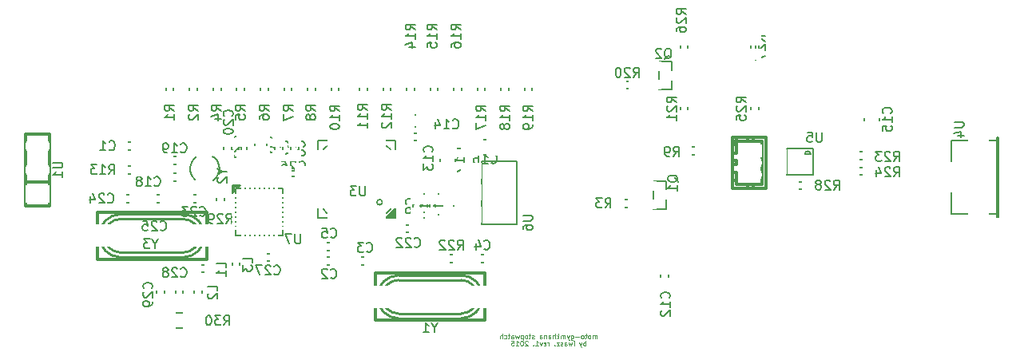
<source format=gbr>
%TF.GenerationSoftware,KiCad,Pcbnew,0.201511041201+6297~30~ubuntu15.04.1-product*%
%TF.CreationDate,2015-11-12T00:09:16+01:00*%
%TF.ProjectId,gp8-clock,6770382D636C6F636B2E6B696361645F,rev?*%
%TF.FileFunction,Legend,Bot*%
%FSLAX46Y46*%
G04 Gerber Fmt 4.6, Leading zero omitted, Abs format (unit mm)*
G04 Created by KiCad (PCBNEW 0.201511041201+6297~30~ubuntu15.04.1-product) date czw, 12 lis 2015, 00:09:16*
%MOMM*%
G01*
G04 APERTURE LIST*
%ADD10C,0.100000*%
%ADD11C,0.050800*%
%ADD12C,0.127000*%
%ADD13C,0.304800*%
%ADD14C,0.149860*%
%ADD15C,0.200660*%
%ADD16C,0.203200*%
%ADD17C,0.299720*%
%ADD18C,0.254000*%
%ADD19C,0.150000*%
%ADD20R,1.299160X1.400760*%
%ADD21R,1.898600X1.700480*%
%ADD22R,1.400760X1.299160*%
%ADD23R,1.700480X1.898600*%
%ADD24R,1.901140X2.350720*%
%ADD25R,2.350720X1.901140*%
%ADD26C,2.398980*%
%ADD27R,1.898600X1.349960*%
%ADD28O,1.898600X1.349960*%
%ADD29R,1.400760X0.999440*%
%ADD30R,2.000200X2.203400*%
%ADD31R,2.599640X1.924000*%
%ADD32O,2.599640X1.924000*%
%ADD33R,0.699720X1.700480*%
%ADD34R,1.700480X0.699720*%
%ADD35R,2.297380X2.297380*%
%ADD36R,1.748740X0.798780*%
%ADD37R,1.746200X0.798780*%
%ADD38C,1.197560*%
%ADD39R,1.400000X0.650000*%
%ADD40R,2.200860X1.700480*%
%ADD41R,2.200860X4.199840*%
%ADD42R,0.416560X0.985520*%
%ADD43R,0.985520X0.416560*%
%ADD44R,1.861820X1.861820*%
%ADD45R,5.899100X2.398980*%
%ADD46C,1.924000*%
%ADD47C,1.400760*%
%ADD48R,1.924000X2.599640*%
%ADD49O,1.924000X2.599640*%
G04 APERTURE END LIST*
D10*
D11*
X163104286Y-119609810D02*
X163104286Y-119271143D01*
X163104286Y-119319524D02*
X163080095Y-119295333D01*
X163031714Y-119271143D01*
X162959143Y-119271143D01*
X162910762Y-119295333D01*
X162886571Y-119343714D01*
X162886571Y-119609810D01*
X162886571Y-119343714D02*
X162862381Y-119295333D01*
X162814000Y-119271143D01*
X162741428Y-119271143D01*
X162693048Y-119295333D01*
X162668857Y-119343714D01*
X162668857Y-119609810D01*
X162354381Y-119609810D02*
X162402762Y-119585619D01*
X162426953Y-119561429D01*
X162451143Y-119513048D01*
X162451143Y-119367905D01*
X162426953Y-119319524D01*
X162402762Y-119295333D01*
X162354381Y-119271143D01*
X162281810Y-119271143D01*
X162233429Y-119295333D01*
X162209238Y-119319524D01*
X162185048Y-119367905D01*
X162185048Y-119513048D01*
X162209238Y-119561429D01*
X162233429Y-119585619D01*
X162281810Y-119609810D01*
X162354381Y-119609810D01*
X162039905Y-119271143D02*
X161846381Y-119271143D01*
X161967334Y-119101810D02*
X161967334Y-119537238D01*
X161943143Y-119585619D01*
X161894762Y-119609810D01*
X161846381Y-119609810D01*
X161604476Y-119609810D02*
X161652857Y-119585619D01*
X161677048Y-119561429D01*
X161701238Y-119513048D01*
X161701238Y-119367905D01*
X161677048Y-119319524D01*
X161652857Y-119295333D01*
X161604476Y-119271143D01*
X161531905Y-119271143D01*
X161483524Y-119295333D01*
X161459333Y-119319524D01*
X161435143Y-119367905D01*
X161435143Y-119513048D01*
X161459333Y-119561429D01*
X161483524Y-119585619D01*
X161531905Y-119609810D01*
X161604476Y-119609810D01*
X161217429Y-119416286D02*
X160830381Y-119416286D01*
X160370762Y-119271143D02*
X160370762Y-119682381D01*
X160394953Y-119730762D01*
X160419143Y-119754952D01*
X160467524Y-119779143D01*
X160540096Y-119779143D01*
X160588477Y-119754952D01*
X160370762Y-119585619D02*
X160419143Y-119609810D01*
X160515905Y-119609810D01*
X160564286Y-119585619D01*
X160588477Y-119561429D01*
X160612667Y-119513048D01*
X160612667Y-119367905D01*
X160588477Y-119319524D01*
X160564286Y-119295333D01*
X160515905Y-119271143D01*
X160419143Y-119271143D01*
X160370762Y-119295333D01*
X160177239Y-119271143D02*
X160056286Y-119609810D01*
X159935334Y-119271143D02*
X160056286Y-119609810D01*
X160104667Y-119730762D01*
X160128858Y-119754952D01*
X160177239Y-119779143D01*
X159741810Y-119609810D02*
X159741810Y-119271143D01*
X159741810Y-119319524D02*
X159717619Y-119295333D01*
X159669238Y-119271143D01*
X159596667Y-119271143D01*
X159548286Y-119295333D01*
X159524095Y-119343714D01*
X159524095Y-119609810D01*
X159524095Y-119343714D02*
X159499905Y-119295333D01*
X159451524Y-119271143D01*
X159378952Y-119271143D01*
X159330572Y-119295333D01*
X159306381Y-119343714D01*
X159306381Y-119609810D01*
X159064477Y-119609810D02*
X159064477Y-119101810D01*
X159016096Y-119416286D02*
X158870953Y-119609810D01*
X158870953Y-119271143D02*
X159064477Y-119464667D01*
X158653239Y-119609810D02*
X158653239Y-119101810D01*
X158435524Y-119609810D02*
X158435524Y-119343714D01*
X158459715Y-119295333D01*
X158508096Y-119271143D01*
X158580667Y-119271143D01*
X158629048Y-119295333D01*
X158653239Y-119319524D01*
X157975905Y-119609810D02*
X157975905Y-119343714D01*
X158000096Y-119295333D01*
X158048477Y-119271143D01*
X158145239Y-119271143D01*
X158193620Y-119295333D01*
X157975905Y-119585619D02*
X158024286Y-119609810D01*
X158145239Y-119609810D01*
X158193620Y-119585619D01*
X158217810Y-119537238D01*
X158217810Y-119488857D01*
X158193620Y-119440476D01*
X158145239Y-119416286D01*
X158024286Y-119416286D01*
X157975905Y-119392095D01*
X157734001Y-119271143D02*
X157734001Y-119609810D01*
X157734001Y-119319524D02*
X157709810Y-119295333D01*
X157661429Y-119271143D01*
X157588858Y-119271143D01*
X157540477Y-119295333D01*
X157516286Y-119343714D01*
X157516286Y-119609810D01*
X157056667Y-119609810D02*
X157056667Y-119343714D01*
X157080858Y-119295333D01*
X157129239Y-119271143D01*
X157226001Y-119271143D01*
X157274382Y-119295333D01*
X157056667Y-119585619D02*
X157105048Y-119609810D01*
X157226001Y-119609810D01*
X157274382Y-119585619D01*
X157298572Y-119537238D01*
X157298572Y-119488857D01*
X157274382Y-119440476D01*
X157226001Y-119416286D01*
X157105048Y-119416286D01*
X157056667Y-119392095D01*
X156451905Y-119585619D02*
X156403524Y-119609810D01*
X156306762Y-119609810D01*
X156258381Y-119585619D01*
X156234191Y-119537238D01*
X156234191Y-119513048D01*
X156258381Y-119464667D01*
X156306762Y-119440476D01*
X156379334Y-119440476D01*
X156427715Y-119416286D01*
X156451905Y-119367905D01*
X156451905Y-119343714D01*
X156427715Y-119295333D01*
X156379334Y-119271143D01*
X156306762Y-119271143D01*
X156258381Y-119295333D01*
X156089048Y-119271143D02*
X155895524Y-119271143D01*
X156016477Y-119101810D02*
X156016477Y-119537238D01*
X155992286Y-119585619D01*
X155943905Y-119609810D01*
X155895524Y-119609810D01*
X155653619Y-119609810D02*
X155702000Y-119585619D01*
X155726191Y-119561429D01*
X155750381Y-119513048D01*
X155750381Y-119367905D01*
X155726191Y-119319524D01*
X155702000Y-119295333D01*
X155653619Y-119271143D01*
X155581048Y-119271143D01*
X155532667Y-119295333D01*
X155508476Y-119319524D01*
X155484286Y-119367905D01*
X155484286Y-119513048D01*
X155508476Y-119561429D01*
X155532667Y-119585619D01*
X155581048Y-119609810D01*
X155653619Y-119609810D01*
X155266572Y-119271143D02*
X155266572Y-119779143D01*
X155266572Y-119295333D02*
X155218191Y-119271143D01*
X155121429Y-119271143D01*
X155073048Y-119295333D01*
X155048857Y-119319524D01*
X155024667Y-119367905D01*
X155024667Y-119513048D01*
X155048857Y-119561429D01*
X155073048Y-119585619D01*
X155121429Y-119609810D01*
X155218191Y-119609810D01*
X155266572Y-119585619D01*
X154855334Y-119271143D02*
X154758572Y-119609810D01*
X154661810Y-119367905D01*
X154565048Y-119609810D01*
X154468286Y-119271143D01*
X154057048Y-119609810D02*
X154057048Y-119343714D01*
X154081239Y-119295333D01*
X154129620Y-119271143D01*
X154226382Y-119271143D01*
X154274763Y-119295333D01*
X154057048Y-119585619D02*
X154105429Y-119609810D01*
X154226382Y-119609810D01*
X154274763Y-119585619D01*
X154298953Y-119537238D01*
X154298953Y-119488857D01*
X154274763Y-119440476D01*
X154226382Y-119416286D01*
X154105429Y-119416286D01*
X154057048Y-119392095D01*
X153887715Y-119271143D02*
X153694191Y-119271143D01*
X153815144Y-119101810D02*
X153815144Y-119537238D01*
X153790953Y-119585619D01*
X153742572Y-119609810D01*
X153694191Y-119609810D01*
X153307143Y-119585619D02*
X153355524Y-119609810D01*
X153452286Y-119609810D01*
X153500667Y-119585619D01*
X153524858Y-119561429D01*
X153549048Y-119513048D01*
X153549048Y-119367905D01*
X153524858Y-119319524D01*
X153500667Y-119295333D01*
X153452286Y-119271143D01*
X153355524Y-119271143D01*
X153307143Y-119295333D01*
X153089429Y-119609810D02*
X153089429Y-119101810D01*
X152871714Y-119609810D02*
X152871714Y-119343714D01*
X152895905Y-119295333D01*
X152944286Y-119271143D01*
X153016857Y-119271143D01*
X153065238Y-119295333D01*
X153089429Y-119319524D01*
X161918955Y-120371810D02*
X161918955Y-119863810D01*
X161918955Y-120057333D02*
X161870574Y-120033143D01*
X161773812Y-120033143D01*
X161725431Y-120057333D01*
X161701240Y-120081524D01*
X161677050Y-120129905D01*
X161677050Y-120275048D01*
X161701240Y-120323429D01*
X161725431Y-120347619D01*
X161773812Y-120371810D01*
X161870574Y-120371810D01*
X161918955Y-120347619D01*
X161507717Y-120033143D02*
X161386764Y-120371810D01*
X161265812Y-120033143D02*
X161386764Y-120371810D01*
X161435145Y-120492762D01*
X161459336Y-120516952D01*
X161507717Y-120541143D01*
X160685240Y-120371810D02*
X160685240Y-120033143D01*
X160685240Y-119863810D02*
X160709430Y-119888000D01*
X160685240Y-119912190D01*
X160661049Y-119888000D01*
X160685240Y-119863810D01*
X160685240Y-119912190D01*
X160491716Y-120033143D02*
X160394954Y-120371810D01*
X160298192Y-120129905D01*
X160201430Y-120371810D01*
X160104668Y-120033143D01*
X159693430Y-120371810D02*
X159693430Y-120105714D01*
X159717621Y-120057333D01*
X159766002Y-120033143D01*
X159862764Y-120033143D01*
X159911145Y-120057333D01*
X159693430Y-120347619D02*
X159741811Y-120371810D01*
X159862764Y-120371810D01*
X159911145Y-120347619D01*
X159935335Y-120299238D01*
X159935335Y-120250857D01*
X159911145Y-120202476D01*
X159862764Y-120178286D01*
X159741811Y-120178286D01*
X159693430Y-120154095D01*
X159475716Y-120347619D02*
X159427335Y-120371810D01*
X159330573Y-120371810D01*
X159282192Y-120347619D01*
X159258002Y-120299238D01*
X159258002Y-120275048D01*
X159282192Y-120226667D01*
X159330573Y-120202476D01*
X159403145Y-120202476D01*
X159451526Y-120178286D01*
X159475716Y-120129905D01*
X159475716Y-120105714D01*
X159451526Y-120057333D01*
X159403145Y-120033143D01*
X159330573Y-120033143D01*
X159282192Y-120057333D01*
X159088669Y-120033143D02*
X158822573Y-120033143D01*
X159088669Y-120371810D01*
X158822573Y-120371810D01*
X158629050Y-120323429D02*
X158604859Y-120347619D01*
X158629050Y-120371810D01*
X158653240Y-120347619D01*
X158629050Y-120323429D01*
X158629050Y-120371810D01*
X158000097Y-120371810D02*
X158000097Y-120033143D01*
X158000097Y-120129905D02*
X157975906Y-120081524D01*
X157951716Y-120057333D01*
X157903335Y-120033143D01*
X157854954Y-120033143D01*
X157492097Y-120347619D02*
X157540478Y-120371810D01*
X157637240Y-120371810D01*
X157685621Y-120347619D01*
X157709811Y-120299238D01*
X157709811Y-120105714D01*
X157685621Y-120057333D01*
X157637240Y-120033143D01*
X157540478Y-120033143D01*
X157492097Y-120057333D01*
X157467906Y-120105714D01*
X157467906Y-120154095D01*
X157709811Y-120202476D01*
X157298573Y-120033143D02*
X157177620Y-120371810D01*
X157056668Y-120033143D01*
X156597048Y-120371810D02*
X156887334Y-120371810D01*
X156742191Y-120371810D02*
X156742191Y-119863810D01*
X156790572Y-119936381D01*
X156838953Y-119984762D01*
X156887334Y-120008952D01*
X156379334Y-120323429D02*
X156355143Y-120347619D01*
X156379334Y-120371810D01*
X156403524Y-120347619D01*
X156379334Y-120323429D01*
X156379334Y-120371810D01*
X155774571Y-119912190D02*
X155750381Y-119888000D01*
X155702000Y-119863810D01*
X155581047Y-119863810D01*
X155532666Y-119888000D01*
X155508476Y-119912190D01*
X155484285Y-119960571D01*
X155484285Y-120008952D01*
X155508476Y-120081524D01*
X155798762Y-120371810D01*
X155484285Y-120371810D01*
X155169809Y-119863810D02*
X155121428Y-119863810D01*
X155073047Y-119888000D01*
X155048856Y-119912190D01*
X155024666Y-119960571D01*
X155000475Y-120057333D01*
X155000475Y-120178286D01*
X155024666Y-120275048D01*
X155048856Y-120323429D01*
X155073047Y-120347619D01*
X155121428Y-120371810D01*
X155169809Y-120371810D01*
X155218190Y-120347619D01*
X155242380Y-120323429D01*
X155266571Y-120275048D01*
X155290761Y-120178286D01*
X155290761Y-120057333D01*
X155266571Y-119960571D01*
X155242380Y-119912190D01*
X155218190Y-119888000D01*
X155169809Y-119863810D01*
X154516665Y-120371810D02*
X154806951Y-120371810D01*
X154661808Y-120371810D02*
X154661808Y-119863810D01*
X154710189Y-119936381D01*
X154758570Y-119984762D01*
X154806951Y-120008952D01*
X154057046Y-119863810D02*
X154298951Y-119863810D01*
X154323141Y-120105714D01*
X154298951Y-120081524D01*
X154250570Y-120057333D01*
X154129617Y-120057333D01*
X154081236Y-120081524D01*
X154057046Y-120105714D01*
X154032855Y-120154095D01*
X154032855Y-120275048D01*
X154057046Y-120323429D01*
X154081236Y-120347619D01*
X154129617Y-120371810D01*
X154250570Y-120371810D01*
X154298951Y-120347619D01*
X154323141Y-120323429D01*
D12*
X114096800Y-98780600D02*
X114096800Y-99593400D01*
X112979200Y-99568000D02*
X112979200Y-98780600D01*
X112725200Y-99593400D02*
X114350800Y-99593400D01*
X114350800Y-99593400D02*
X114350800Y-98780600D01*
X114350800Y-98780600D02*
X112725200Y-98780600D01*
X112725200Y-98780600D02*
X112725200Y-99593400D01*
X134061200Y-111785400D02*
X134061200Y-110972600D01*
X135178800Y-110998000D02*
X135178800Y-111785400D01*
X135432800Y-110972600D02*
X133807200Y-110972600D01*
X133807200Y-110972600D02*
X133807200Y-111785400D01*
X133807200Y-111785400D02*
X135432800Y-111785400D01*
X135432800Y-111785400D02*
X135432800Y-110972600D01*
X138861800Y-110972600D02*
X138861800Y-111785400D01*
X137744200Y-111760000D02*
X137744200Y-110972600D01*
X137490200Y-111785400D02*
X139115800Y-111785400D01*
X139115800Y-111785400D02*
X139115800Y-110972600D01*
X139115800Y-110972600D02*
X137490200Y-110972600D01*
X137490200Y-110972600D02*
X137490200Y-111785400D01*
X150444200Y-111531400D02*
X150444200Y-110718600D01*
X151561800Y-110744000D02*
X151561800Y-111531400D01*
X151815800Y-110718600D02*
X150190200Y-110718600D01*
X150190200Y-110718600D02*
X150190200Y-111531400D01*
X150190200Y-111531400D02*
X151815800Y-111531400D01*
X151815800Y-111531400D02*
X151815800Y-110718600D01*
X134061200Y-110261400D02*
X134061200Y-109448600D01*
X135178800Y-109474000D02*
X135178800Y-110261400D01*
X135432800Y-109448600D02*
X133807200Y-109448600D01*
X133807200Y-109448600D02*
X133807200Y-110261400D01*
X133807200Y-110261400D02*
X135432800Y-110261400D01*
X135432800Y-110261400D02*
X135432800Y-109448600D01*
X128143000Y-98425000D02*
X126873000Y-98425000D01*
X128143000Y-99695000D02*
X126898400Y-99695000D01*
X128143000Y-100076000D02*
X128143000Y-98044000D01*
X128143000Y-98044000D02*
X126873000Y-98044000D01*
X126873000Y-98044000D02*
X126873000Y-100076000D01*
X126873000Y-100076000D02*
X128143000Y-100076000D01*
X129006600Y-98882200D02*
X129819400Y-98882200D01*
X129794000Y-99999800D02*
X129006600Y-99999800D01*
X129819400Y-100253800D02*
X129819400Y-98628200D01*
X129819400Y-98628200D02*
X129006600Y-98628200D01*
X129006600Y-98628200D02*
X129006600Y-100253800D01*
X129006600Y-100253800D02*
X129819400Y-100253800D01*
X130657600Y-98882200D02*
X131470400Y-98882200D01*
X131445000Y-99999800D02*
X130657600Y-99999800D01*
X131470400Y-100253800D02*
X131470400Y-98628200D01*
X131470400Y-98628200D02*
X130657600Y-98628200D01*
X130657600Y-98628200D02*
X130657600Y-100253800D01*
X130657600Y-100253800D02*
X131470400Y-100253800D01*
X144424400Y-106095800D02*
X143611600Y-106095800D01*
X143637000Y-104978200D02*
X144424400Y-104978200D01*
X143611600Y-104724200D02*
X143611600Y-106349800D01*
X143611600Y-106349800D02*
X144424400Y-106349800D01*
X144424400Y-106349800D02*
X144424400Y-104724200D01*
X144424400Y-104724200D02*
X143611600Y-104724200D01*
X145948400Y-106095800D02*
X145135600Y-106095800D01*
X145161000Y-104978200D02*
X145948400Y-104978200D01*
X145135600Y-104724200D02*
X145135600Y-106349800D01*
X145135600Y-106349800D02*
X145948400Y-106349800D01*
X145948400Y-106349800D02*
X145948400Y-104724200D01*
X145948400Y-104724200D02*
X145135600Y-104724200D01*
X146685000Y-106172000D02*
X147955000Y-106172000D01*
X146685000Y-104902000D02*
X147929600Y-104902000D01*
X146685000Y-104521000D02*
X146685000Y-106553000D01*
X146685000Y-106553000D02*
X147955000Y-106553000D01*
X147955000Y-106553000D02*
X147955000Y-104521000D01*
X147955000Y-104521000D02*
X146685000Y-104521000D01*
X169900600Y-112471200D02*
X170713400Y-112471200D01*
X170688000Y-113588800D02*
X169900600Y-113588800D01*
X170713400Y-113842800D02*
X170713400Y-112217200D01*
X170713400Y-112217200D02*
X169900600Y-112217200D01*
X169900600Y-112217200D02*
X169900600Y-113842800D01*
X169900600Y-113842800D02*
X170713400Y-113842800D01*
X143295200Y-98617400D02*
X143295200Y-97804600D01*
X144412800Y-97830000D02*
X144412800Y-98617400D01*
X144666800Y-97804600D02*
X143041200Y-97804600D01*
X143041200Y-97804600D02*
X143041200Y-98617400D01*
X143041200Y-98617400D02*
X144666800Y-98617400D01*
X144666800Y-98617400D02*
X144666800Y-97804600D01*
X143219000Y-95885000D02*
X143219000Y-97155000D01*
X144489000Y-95885000D02*
X144489000Y-97129600D01*
X144870000Y-95885000D02*
X142838000Y-95885000D01*
X142838000Y-95885000D02*
X142838000Y-97155000D01*
X142838000Y-97155000D02*
X144870000Y-97155000D01*
X144870000Y-97155000D02*
X144870000Y-95885000D01*
X191465200Y-95250000D02*
X193090800Y-95250000D01*
X193090800Y-97993200D02*
X191465200Y-97993200D01*
X191465200Y-97993200D02*
X191465200Y-94792800D01*
X191465200Y-94792800D02*
X193090800Y-94792800D01*
X193090800Y-94792800D02*
X193090800Y-97993200D01*
X152400000Y-98501200D02*
X152400000Y-100126800D01*
X149656800Y-100126800D02*
X149656800Y-98501200D01*
X149656800Y-98501200D02*
X152857200Y-98501200D01*
X152857200Y-98501200D02*
X152857200Y-100126800D01*
X152857200Y-100126800D02*
X149656800Y-100126800D01*
X146507200Y-99568000D02*
X148132800Y-99568000D01*
X148132800Y-102311200D02*
X146507200Y-102311200D01*
X146507200Y-102311200D02*
X146507200Y-99110800D01*
X146507200Y-99110800D02*
X148132800Y-99110800D01*
X148132800Y-99110800D02*
X148132800Y-102311200D01*
X118922800Y-102082600D02*
X118922800Y-102895400D01*
X117805200Y-102870000D02*
X117805200Y-102082600D01*
X117551200Y-102895400D02*
X119176800Y-102895400D01*
X119176800Y-102895400D02*
X119176800Y-102082600D01*
X119176800Y-102082600D02*
X117551200Y-102082600D01*
X117551200Y-102082600D02*
X117551200Y-102895400D01*
X118922800Y-100304600D02*
X118922800Y-101117400D01*
X117805200Y-101092000D02*
X117805200Y-100304600D01*
X117551200Y-101117400D02*
X119176800Y-101117400D01*
X119176800Y-101117400D02*
X119176800Y-100304600D01*
X119176800Y-100304600D02*
X117551200Y-100304600D01*
X117551200Y-100304600D02*
X117551200Y-101117400D01*
X124358400Y-99999800D02*
X123545600Y-99999800D01*
X123571000Y-98882200D02*
X124358400Y-98882200D01*
X123545600Y-98628200D02*
X123545600Y-100253800D01*
X123545600Y-100253800D02*
X124358400Y-100253800D01*
X124358400Y-100253800D02*
X124358400Y-98628200D01*
X124358400Y-98628200D02*
X123545600Y-98628200D01*
X126009400Y-99999800D02*
X125196600Y-99999800D01*
X125222000Y-98882200D02*
X126009400Y-98882200D01*
X125196600Y-98628200D02*
X125196600Y-100253800D01*
X125196600Y-100253800D02*
X126009400Y-100253800D01*
X126009400Y-100253800D02*
X126009400Y-98628200D01*
X126009400Y-98628200D02*
X125196600Y-98628200D01*
X143560800Y-107543600D02*
X143560800Y-108356400D01*
X142443200Y-108331000D02*
X142443200Y-107543600D01*
X142189200Y-108356400D02*
X143814800Y-108356400D01*
X143814800Y-108356400D02*
X143814800Y-107543600D01*
X143814800Y-107543600D02*
X142189200Y-107543600D01*
X142189200Y-107543600D02*
X142189200Y-108356400D01*
X121081800Y-104368600D02*
X121081800Y-105181400D01*
X119964200Y-105156000D02*
X119964200Y-104368600D01*
X119710200Y-105181400D02*
X121335800Y-105181400D01*
X121335800Y-105181400D02*
X121335800Y-104368600D01*
X121335800Y-104368600D02*
X119710200Y-104368600D01*
X119710200Y-104368600D02*
X119710200Y-105181400D01*
X112852200Y-105181400D02*
X112852200Y-104368600D01*
X113969800Y-104394000D02*
X113969800Y-105181400D01*
X114223800Y-104368600D02*
X112598200Y-104368600D01*
X112598200Y-104368600D02*
X112598200Y-105181400D01*
X112598200Y-105181400D02*
X114223800Y-105181400D01*
X114223800Y-105181400D02*
X114223800Y-104368600D01*
X117144800Y-104368600D02*
X117144800Y-105181400D01*
X116027200Y-105156000D02*
X116027200Y-104368600D01*
X115773200Y-105181400D02*
X117398800Y-105181400D01*
X117398800Y-105181400D02*
X117398800Y-104368600D01*
X117398800Y-104368600D02*
X115773200Y-104368600D01*
X115773200Y-104368600D02*
X115773200Y-105181400D01*
X130378200Y-102387400D02*
X130378200Y-101574600D01*
X131495800Y-101600000D02*
X131495800Y-102387400D01*
X131749800Y-101574600D02*
X130124200Y-101574600D01*
X130124200Y-101574600D02*
X130124200Y-102387400D01*
X130124200Y-102387400D02*
X131749800Y-102387400D01*
X131749800Y-102387400D02*
X131749800Y-101574600D01*
X128828800Y-110591600D02*
X128828800Y-111404400D01*
X127711200Y-111379000D02*
X127711200Y-110591600D01*
X127457200Y-111404400D02*
X129082800Y-111404400D01*
X129082800Y-111404400D02*
X129082800Y-110591600D01*
X129082800Y-110591600D02*
X127457200Y-110591600D01*
X127457200Y-110591600D02*
X127457200Y-111404400D01*
X119260400Y-115269800D02*
X118447600Y-115269800D01*
X118473000Y-114152200D02*
X119260400Y-114152200D01*
X118447600Y-113898200D02*
X118447600Y-115523800D01*
X118447600Y-115523800D02*
X119260400Y-115523800D01*
X119260400Y-115523800D02*
X119260400Y-113898200D01*
X119260400Y-113898200D02*
X118447600Y-113898200D01*
X116447600Y-114152200D02*
X117260400Y-114152200D01*
X117235000Y-115269800D02*
X116447600Y-115269800D01*
X117260400Y-115523800D02*
X117260400Y-113898200D01*
X117260400Y-113898200D02*
X116447600Y-113898200D01*
X116447600Y-113898200D02*
X116447600Y-115523800D01*
X116447600Y-115523800D02*
X117260400Y-115523800D01*
X120795200Y-112617400D02*
X120795200Y-111804600D01*
X121912800Y-111830000D02*
X121912800Y-112617400D01*
X122166800Y-111804600D02*
X120541200Y-111804600D01*
X120541200Y-111804600D02*
X120541200Y-112617400D01*
X120541200Y-112617400D02*
X122166800Y-112617400D01*
X122166800Y-112617400D02*
X122166800Y-111804600D01*
X120447600Y-114152200D02*
X121260400Y-114152200D01*
X121235000Y-115269800D02*
X120447600Y-115269800D01*
X121260400Y-115523800D02*
X121260400Y-113898200D01*
X121260400Y-113898200D02*
X120447600Y-113898200D01*
X120447600Y-113898200D02*
X120447600Y-115523800D01*
X120447600Y-115523800D02*
X121260400Y-115523800D01*
X124447600Y-111152200D02*
X125260400Y-111152200D01*
X125235000Y-112269800D02*
X124447600Y-112269800D01*
X125260400Y-112523800D02*
X125260400Y-110898200D01*
X125260400Y-110898200D02*
X124447600Y-110898200D01*
X124447600Y-110898200D02*
X124447600Y-112523800D01*
X124447600Y-112523800D02*
X125260400Y-112523800D01*
D13*
X179804060Y-99865180D02*
X179804060Y-99664520D01*
X179804060Y-99664520D02*
X179605940Y-99664520D01*
X179605940Y-99664520D02*
X179605940Y-99865180D01*
X179605940Y-99865180D02*
X179804060Y-99865180D01*
X179804060Y-102265480D02*
X179804060Y-102064820D01*
X179804060Y-102064820D02*
X179605940Y-102064820D01*
X179605940Y-102064820D02*
X179605940Y-102265480D01*
X179605940Y-102265480D02*
X179804060Y-102265480D01*
X179804060Y-101064060D02*
X179804060Y-100865940D01*
X179804060Y-100865940D02*
X179605940Y-100865940D01*
X179605940Y-100865940D02*
X179605940Y-101064060D01*
X179605940Y-101064060D02*
X179804060Y-101064060D01*
X181005480Y-103665020D02*
X181005480Y-98264980D01*
X180604160Y-98663760D02*
X180604160Y-103266240D01*
X177505360Y-98264980D02*
X177505360Y-103665020D01*
X177505360Y-100764340D02*
X177904140Y-100764340D01*
X177904140Y-101165660D02*
X177904140Y-100764340D01*
X177505360Y-101165660D02*
X177904140Y-101165660D01*
X180604160Y-98666300D02*
X177505360Y-98666300D01*
X177904140Y-101965760D02*
X177904140Y-103266240D01*
X177904140Y-98264980D02*
X177904140Y-99966780D01*
X177904140Y-99966780D02*
X177505360Y-99966780D01*
X177904140Y-101965760D02*
X177505360Y-101965760D01*
X181005480Y-98264980D02*
X177505360Y-98264980D01*
X179105560Y-98264980D02*
X179105560Y-98666300D01*
X179705000Y-98666300D02*
X179705000Y-98264980D01*
X179705000Y-103263700D02*
X179705000Y-103665020D01*
X179105560Y-103263700D02*
X179105560Y-103665020D01*
X177904140Y-102867460D02*
X177505360Y-102867460D01*
X177904140Y-99065080D02*
X177505360Y-99065080D01*
X180604160Y-103266240D02*
X177904140Y-103266240D01*
X177505360Y-103665020D02*
X181005480Y-103665020D01*
D12*
X169100500Y-103441500D02*
X168440100Y-103441500D01*
X169100500Y-105346500D02*
X168440100Y-105346500D01*
X170497500Y-104394000D02*
X171157900Y-104394000D01*
X170497500Y-105892600D02*
X170497500Y-102895400D01*
X170497500Y-102895400D02*
X169100500Y-102895400D01*
X169100500Y-102895400D02*
X169100500Y-105892600D01*
X169100500Y-105892600D02*
X170497500Y-105892600D01*
X169655500Y-90758500D02*
X168995100Y-90758500D01*
X169655500Y-92663500D02*
X168995100Y-92663500D01*
X171052500Y-91711000D02*
X171712900Y-91711000D01*
X171052500Y-93209600D02*
X171052500Y-90212400D01*
X171052500Y-90212400D02*
X169655500Y-90212400D01*
X169655500Y-90212400D02*
X169655500Y-93209600D01*
X169655500Y-93209600D02*
X171052500Y-93209600D01*
X118260400Y-93769800D02*
X117447600Y-93769800D01*
X117473000Y-92652200D02*
X118260400Y-92652200D01*
X117447600Y-92398200D02*
X117447600Y-94023800D01*
X117447600Y-94023800D02*
X118260400Y-94023800D01*
X118260400Y-94023800D02*
X118260400Y-92398200D01*
X118260400Y-92398200D02*
X117447600Y-92398200D01*
X120760400Y-93769800D02*
X119947600Y-93769800D01*
X119973000Y-92652200D02*
X120760400Y-92652200D01*
X119947600Y-92398200D02*
X119947600Y-94023800D01*
X119947600Y-94023800D02*
X120760400Y-94023800D01*
X120760400Y-94023800D02*
X120760400Y-92398200D01*
X120760400Y-92398200D02*
X119947600Y-92398200D01*
X165684200Y-105689400D02*
X165684200Y-104876600D01*
X166801800Y-104902000D02*
X166801800Y-105689400D01*
X167055800Y-104876600D02*
X165430200Y-104876600D01*
X165430200Y-104876600D02*
X165430200Y-105689400D01*
X165430200Y-105689400D02*
X167055800Y-105689400D01*
X167055800Y-105689400D02*
X167055800Y-104876600D01*
X123260400Y-93769800D02*
X122447600Y-93769800D01*
X122473000Y-92652200D02*
X123260400Y-92652200D01*
X122447600Y-92398200D02*
X122447600Y-94023800D01*
X122447600Y-94023800D02*
X123260400Y-94023800D01*
X123260400Y-94023800D02*
X123260400Y-92398200D01*
X123260400Y-92398200D02*
X122447600Y-92398200D01*
X125760400Y-93769800D02*
X124947600Y-93769800D01*
X124973000Y-92652200D02*
X125760400Y-92652200D01*
X124947600Y-92398200D02*
X124947600Y-94023800D01*
X124947600Y-94023800D02*
X125760400Y-94023800D01*
X125760400Y-94023800D02*
X125760400Y-92398200D01*
X125760400Y-92398200D02*
X124947600Y-92398200D01*
X128260400Y-93769800D02*
X127447600Y-93769800D01*
X127473000Y-92652200D02*
X128260400Y-92652200D01*
X127447600Y-92398200D02*
X127447600Y-94023800D01*
X127447600Y-94023800D02*
X128260400Y-94023800D01*
X128260400Y-94023800D02*
X128260400Y-92398200D01*
X128260400Y-92398200D02*
X127447600Y-92398200D01*
X130760400Y-93769800D02*
X129947600Y-93769800D01*
X129973000Y-92652200D02*
X130760400Y-92652200D01*
X129947600Y-92398200D02*
X129947600Y-94023800D01*
X129947600Y-94023800D02*
X130760400Y-94023800D01*
X130760400Y-94023800D02*
X130760400Y-92398200D01*
X130760400Y-92398200D02*
X129947600Y-92398200D01*
X133260400Y-93769800D02*
X132447600Y-93769800D01*
X132473000Y-92652200D02*
X133260400Y-92652200D01*
X132447600Y-92398200D02*
X132447600Y-94023800D01*
X132447600Y-94023800D02*
X133260400Y-94023800D01*
X133260400Y-94023800D02*
X133260400Y-92398200D01*
X133260400Y-92398200D02*
X132447600Y-92398200D01*
X173912800Y-99304600D02*
X173912800Y-100117400D01*
X172795200Y-100092000D02*
X172795200Y-99304600D01*
X172541200Y-100117400D02*
X174166800Y-100117400D01*
X174166800Y-100117400D02*
X174166800Y-99304600D01*
X174166800Y-99304600D02*
X172541200Y-99304600D01*
X172541200Y-99304600D02*
X172541200Y-100117400D01*
X135760400Y-93769800D02*
X134947600Y-93769800D01*
X134973000Y-92652200D02*
X135760400Y-92652200D01*
X134947600Y-92398200D02*
X134947600Y-94023800D01*
X134947600Y-94023800D02*
X135760400Y-94023800D01*
X135760400Y-94023800D02*
X135760400Y-92398200D01*
X135760400Y-92398200D02*
X134947600Y-92398200D01*
X138760400Y-93769800D02*
X137947600Y-93769800D01*
X137973000Y-92652200D02*
X138760400Y-92652200D01*
X137947600Y-92398200D02*
X137947600Y-94023800D01*
X137947600Y-94023800D02*
X138760400Y-94023800D01*
X138760400Y-94023800D02*
X138760400Y-92398200D01*
X138760400Y-92398200D02*
X137947600Y-92398200D01*
X141260400Y-93769800D02*
X140447600Y-93769800D01*
X140473000Y-92652200D02*
X141260400Y-92652200D01*
X140447600Y-92398200D02*
X140447600Y-94023800D01*
X140447600Y-94023800D02*
X141260400Y-94023800D01*
X141260400Y-94023800D02*
X141260400Y-92398200D01*
X141260400Y-92398200D02*
X140447600Y-92398200D01*
X114096800Y-101320600D02*
X114096800Y-102133400D01*
X112979200Y-102108000D02*
X112979200Y-101320600D01*
X112725200Y-102133400D02*
X114350800Y-102133400D01*
X114350800Y-102133400D02*
X114350800Y-101320600D01*
X114350800Y-101320600D02*
X112725200Y-101320600D01*
X112725200Y-101320600D02*
X112725200Y-102133400D01*
X143760400Y-93769800D02*
X142947600Y-93769800D01*
X142973000Y-92652200D02*
X143760400Y-92652200D01*
X142947600Y-92398200D02*
X142947600Y-94023800D01*
X142947600Y-94023800D02*
X143760400Y-94023800D01*
X143760400Y-94023800D02*
X143760400Y-92398200D01*
X143760400Y-92398200D02*
X142947600Y-92398200D01*
X146260400Y-93769800D02*
X145447600Y-93769800D01*
X145473000Y-92652200D02*
X146260400Y-92652200D01*
X145447600Y-92398200D02*
X145447600Y-94023800D01*
X145447600Y-94023800D02*
X146260400Y-94023800D01*
X146260400Y-94023800D02*
X146260400Y-92398200D01*
X146260400Y-92398200D02*
X145447600Y-92398200D01*
X148760400Y-93769800D02*
X147947600Y-93769800D01*
X147973000Y-92652200D02*
X148760400Y-92652200D01*
X147947600Y-92398200D02*
X147947600Y-94023800D01*
X147947600Y-94023800D02*
X148760400Y-94023800D01*
X148760400Y-94023800D02*
X148760400Y-92398200D01*
X148760400Y-92398200D02*
X147947600Y-92398200D01*
X151260400Y-93769800D02*
X150447600Y-93769800D01*
X150473000Y-92652200D02*
X151260400Y-92652200D01*
X150447600Y-92398200D02*
X150447600Y-94023800D01*
X150447600Y-94023800D02*
X151260400Y-94023800D01*
X151260400Y-94023800D02*
X151260400Y-92398200D01*
X151260400Y-92398200D02*
X150447600Y-92398200D01*
X153760400Y-93769800D02*
X152947600Y-93769800D01*
X152973000Y-92652200D02*
X153760400Y-92652200D01*
X152947600Y-92398200D02*
X152947600Y-94023800D01*
X152947600Y-94023800D02*
X153760400Y-94023800D01*
X153760400Y-94023800D02*
X153760400Y-92398200D01*
X153760400Y-92398200D02*
X152947600Y-92398200D01*
X156260400Y-93769800D02*
X155447600Y-93769800D01*
X155473000Y-92652200D02*
X156260400Y-92652200D01*
X155447600Y-92398200D02*
X155447600Y-94023800D01*
X155447600Y-94023800D02*
X156260400Y-94023800D01*
X156260400Y-94023800D02*
X156260400Y-92398200D01*
X156260400Y-92398200D02*
X155447600Y-92398200D01*
X165795200Y-93117400D02*
X165795200Y-92304600D01*
X166912800Y-92330000D02*
X166912800Y-93117400D01*
X167166800Y-92304600D02*
X165541200Y-92304600D01*
X165541200Y-92304600D02*
X165541200Y-93117400D01*
X165541200Y-93117400D02*
X167166800Y-93117400D01*
X167166800Y-93117400D02*
X167166800Y-92304600D01*
X172760400Y-95769800D02*
X171947600Y-95769800D01*
X171973000Y-94652200D02*
X172760400Y-94652200D01*
X171947600Y-94398200D02*
X171947600Y-96023800D01*
X171947600Y-96023800D02*
X172760400Y-96023800D01*
X172760400Y-96023800D02*
X172760400Y-94398200D01*
X172760400Y-94398200D02*
X171947600Y-94398200D01*
X147142200Y-111531400D02*
X147142200Y-110718600D01*
X148259800Y-110744000D02*
X148259800Y-111531400D01*
X148513800Y-110718600D02*
X146888200Y-110718600D01*
X146888200Y-110718600D02*
X146888200Y-111531400D01*
X146888200Y-111531400D02*
X148513800Y-111531400D01*
X148513800Y-111531400D02*
X148513800Y-110718600D01*
X191693800Y-99796600D02*
X191693800Y-100609400D01*
X190576200Y-100584000D02*
X190576200Y-99796600D01*
X190322200Y-100609400D02*
X191947800Y-100609400D01*
X191947800Y-100609400D02*
X191947800Y-99796600D01*
X191947800Y-99796600D02*
X190322200Y-99796600D01*
X190322200Y-99796600D02*
X190322200Y-100609400D01*
X191693800Y-101447600D02*
X191693800Y-102260400D01*
X190576200Y-102235000D02*
X190576200Y-101447600D01*
X190322200Y-102260400D02*
X191947800Y-102260400D01*
X191947800Y-102260400D02*
X191947800Y-101447600D01*
X191947800Y-101447600D02*
X190322200Y-101447600D01*
X190322200Y-101447600D02*
X190322200Y-102260400D01*
X179447600Y-94652200D02*
X180260400Y-94652200D01*
X180235000Y-95769800D02*
X179447600Y-95769800D01*
X180260400Y-96023800D02*
X180260400Y-94398200D01*
X180260400Y-94398200D02*
X179447600Y-94398200D01*
X179447600Y-94398200D02*
X179447600Y-96023800D01*
X179447600Y-96023800D02*
X180260400Y-96023800D01*
X171947600Y-88152200D02*
X172760400Y-88152200D01*
X172735000Y-89269800D02*
X171947600Y-89269800D01*
X172760400Y-89523800D02*
X172760400Y-87898200D01*
X172760400Y-87898200D02*
X171947600Y-87898200D01*
X171947600Y-87898200D02*
X171947600Y-89523800D01*
X171947600Y-89523800D02*
X172760400Y-89523800D01*
X179447600Y-88152200D02*
X180260400Y-88152200D01*
X180235000Y-89269800D02*
X179447600Y-89269800D01*
X180260400Y-89523800D02*
X180260400Y-87898200D01*
X180260400Y-87898200D02*
X179447600Y-87898200D01*
X179447600Y-87898200D02*
X179447600Y-89523800D01*
X179447600Y-89523800D02*
X180260400Y-89523800D01*
X184099200Y-103784400D02*
X184099200Y-102971600D01*
X185216800Y-102997000D02*
X185216800Y-103784400D01*
X185470800Y-102971600D02*
X183845200Y-102971600D01*
X183845200Y-102971600D02*
X183845200Y-103784400D01*
X183845200Y-103784400D02*
X185470800Y-103784400D01*
X185470800Y-103784400D02*
X185470800Y-102971600D01*
X122783600Y-104343200D02*
X123596400Y-104343200D01*
X123571000Y-105460800D02*
X122783600Y-105460800D01*
X123596400Y-105714800D02*
X123596400Y-104089200D01*
X123596400Y-104089200D02*
X122783600Y-104089200D01*
X122783600Y-104089200D02*
X122783600Y-105714800D01*
X122783600Y-105714800D02*
X123596400Y-105714800D01*
X119997000Y-116898200D02*
X119997000Y-118523800D01*
X117711000Y-118523800D02*
X117711000Y-116898200D01*
X117253800Y-118523800D02*
X117253800Y-116898200D01*
X117253800Y-116898200D02*
X120454200Y-116898200D01*
X120454200Y-116898200D02*
X120454200Y-118523800D01*
X120454200Y-118523800D02*
X117253800Y-118523800D01*
D13*
X102584000Y-102981000D02*
X105124000Y-102981000D01*
X105124000Y-105521000D02*
X105124000Y-97901000D01*
X105124000Y-97901000D02*
X102584000Y-97901000D01*
X102584000Y-97901000D02*
X102584000Y-105521000D01*
X102584000Y-105521000D02*
X105124000Y-105521000D01*
D14*
X141767560Y-106641900D02*
X141566900Y-106842560D01*
X141368780Y-106842560D02*
X141767560Y-106443780D01*
X141767560Y-106243120D02*
X141168120Y-106842560D01*
X140967460Y-106842560D02*
X141767560Y-106042460D01*
X140766800Y-106842560D02*
X141767560Y-106842560D01*
X141767560Y-106842560D02*
X141767560Y-105841800D01*
X141767560Y-105841800D02*
X140766800Y-106842560D01*
X133568440Y-105841800D02*
X133568440Y-106842560D01*
X133568440Y-106842560D02*
X134569200Y-106842560D01*
X134569200Y-98643440D02*
X133568440Y-98643440D01*
X133568440Y-98643440D02*
X133568440Y-99644200D01*
X141767560Y-99644200D02*
X141767560Y-98643440D01*
X141767560Y-98643440D02*
X140766800Y-98643440D01*
D12*
X140364981Y-105156000D02*
G75*
G03X140364981Y-105156000I-283981J0D01*
G01*
X134112000Y-105918000D02*
X134493000Y-106299000D01*
X134493000Y-106299000D02*
X140843000Y-106299000D01*
X140843000Y-106299000D02*
X141224000Y-105918000D01*
X141224000Y-105918000D02*
X141224000Y-99568000D01*
X141224000Y-99568000D02*
X140843000Y-99187000D01*
X140843000Y-99187000D02*
X134493000Y-99187000D01*
X134493000Y-99187000D02*
X134112000Y-99568000D01*
X134112000Y-99568000D02*
X134112000Y-105918000D01*
D15*
X205598980Y-98298840D02*
X205598980Y-106701160D01*
X205700580Y-98298840D02*
X205700580Y-106701160D01*
X205700580Y-106701160D02*
X205499920Y-106701160D01*
X205499920Y-106701160D02*
X205499920Y-98298840D01*
X205499920Y-98298840D02*
X205700580Y-98298840D01*
X205700580Y-98601100D02*
X200699320Y-98601100D01*
X200699320Y-98601100D02*
X200699320Y-106398900D01*
X200699320Y-106398900D02*
X205700580Y-106398900D01*
D16*
X183258000Y-99438000D02*
X183258000Y-102238000D01*
X183258000Y-102238000D02*
X186058000Y-102238000D01*
X186058000Y-102238000D02*
X186058000Y-99438000D01*
X186058000Y-99438000D02*
X183258000Y-99438000D01*
X185158000Y-100038000D02*
G75*
G02X185758000Y-100038000I300000J0D01*
G01*
X185158000Y-100038000D02*
X185758000Y-100038000D01*
D12*
X156425900Y-105689400D02*
X156425900Y-102590600D01*
X156425900Y-102590600D02*
X154635200Y-102590600D01*
X156425900Y-105689400D02*
X154635200Y-105689400D01*
X149136100Y-102247700D02*
X149136100Y-101434900D01*
X149136100Y-101434900D02*
X150926800Y-101434900D01*
X149136100Y-102247700D02*
X150926800Y-102247700D01*
X149136100Y-104546400D02*
X150926800Y-104546400D01*
X149136100Y-103733600D02*
X150926800Y-103733600D01*
X149136100Y-104546400D02*
X149136100Y-103733600D01*
X149136100Y-106845100D02*
X149136100Y-106032300D01*
X149136100Y-106032300D02*
X150926800Y-106032300D01*
X149136100Y-106845100D02*
X150926800Y-106845100D01*
X150926800Y-100787200D02*
X150926800Y-107492800D01*
X150926800Y-107492800D02*
X154635200Y-107492800D01*
X154635200Y-107492800D02*
X154635200Y-100787200D01*
X154635200Y-100787200D02*
X150926800Y-100787200D01*
X125254000Y-103411000D02*
X124554000Y-103411000D01*
X124554000Y-103411000D02*
X124554000Y-104111000D01*
X125154000Y-103511000D02*
X124654000Y-103511000D01*
X124654000Y-103511000D02*
X124654000Y-104011000D01*
X124654000Y-104011000D02*
X124454000Y-104211000D01*
X124454000Y-104211000D02*
X124454000Y-103311000D01*
X124454000Y-103311000D02*
X125354000Y-103311000D01*
X125354000Y-103311000D02*
X125154000Y-103511000D01*
X129853360Y-103711640D02*
X124854640Y-103711640D01*
X124854640Y-103711640D02*
X124854640Y-108710360D01*
X124854640Y-108710360D02*
X129853360Y-108710360D01*
X129853360Y-108710360D02*
X129853360Y-103711640D01*
D17*
X139616180Y-117688360D02*
X139616180Y-112689640D01*
X139616180Y-112689640D02*
X151213820Y-112689640D01*
X151213820Y-112689640D02*
X151213820Y-117688360D01*
X151213820Y-117688360D02*
X139616180Y-117688360D01*
D18*
X151003000Y-115189000D02*
G75*
G02X148717000Y-117475000I-2286000J0D01*
G01*
X142113000Y-113411000D02*
X148717000Y-113411000D01*
X148717000Y-116967000D02*
X142113000Y-116967000D01*
X148717000Y-113411000D02*
G75*
G02X150495000Y-115189000I0J-1778000D01*
G01*
X150495000Y-115189000D02*
G75*
G02X148717000Y-116967000I-1778000J0D01*
G01*
X140335000Y-115189000D02*
G75*
G02X142113000Y-113411000I1778000J0D01*
G01*
X142113000Y-116967000D02*
G75*
G02X140335000Y-115189000I0J1778000D01*
G01*
X148717000Y-112903000D02*
G75*
G02X151003000Y-115189000I0J-2286000D01*
G01*
X148717000Y-112903000D02*
X142113000Y-112903000D01*
X142113000Y-117475000D02*
X148717000Y-117475000D01*
X139827000Y-115189000D02*
G75*
G02X142113000Y-112903000I2286000J0D01*
G01*
X142113000Y-117475000D02*
G75*
G02X139827000Y-115189000I0J2286000D01*
G01*
D19*
X120639840Y-100299520D02*
X120388380Y-100550980D01*
X120388380Y-100550980D02*
X120139460Y-100898960D01*
X120139460Y-100898960D02*
X119989600Y-101450140D01*
X119989600Y-101450140D02*
X119989600Y-101848920D01*
X119989600Y-101848920D02*
X120190260Y-102349300D01*
X120190260Y-102349300D02*
X120538240Y-102750620D01*
X122389900Y-100299520D02*
X122588020Y-100449380D01*
X122588020Y-100449380D02*
X122839480Y-100749100D01*
X122839480Y-100749100D02*
X123040140Y-101201220D01*
X123040140Y-101201220D02*
X123088400Y-101650800D01*
X123088400Y-101650800D02*
X122989340Y-102151180D01*
X122989340Y-102151180D02*
X122788680Y-102499160D01*
X122788680Y-102499160D02*
X122438160Y-102849680D01*
D17*
X121749820Y-106212640D02*
X121749820Y-111211360D01*
X121749820Y-111211360D02*
X110152180Y-111211360D01*
X110152180Y-111211360D02*
X110152180Y-106212640D01*
X110152180Y-106212640D02*
X121749820Y-106212640D01*
D18*
X110363000Y-108712000D02*
G75*
G02X112649000Y-106426000I2286000J0D01*
G01*
X119253000Y-110490000D02*
X112649000Y-110490000D01*
X112649000Y-106934000D02*
X119253000Y-106934000D01*
X112649000Y-110490000D02*
G75*
G02X110871000Y-108712000I0J1778000D01*
G01*
X110871000Y-108712000D02*
G75*
G02X112649000Y-106934000I1778000J0D01*
G01*
X121031000Y-108712000D02*
G75*
G02X119253000Y-110490000I-1778000J0D01*
G01*
X119253000Y-106934000D02*
G75*
G02X121031000Y-108712000I0J-1778000D01*
G01*
X112649000Y-110998000D02*
G75*
G02X110363000Y-108712000I0J2286000D01*
G01*
X112649000Y-110998000D02*
X119253000Y-110998000D01*
X119253000Y-106426000D02*
X112649000Y-106426000D01*
X121539000Y-108712000D02*
G75*
G02X119253000Y-110998000I-2286000J0D01*
G01*
X119253000Y-106426000D02*
G75*
G02X121539000Y-108712000I0J-2286000D01*
G01*
D19*
X111418666Y-99544143D02*
X111466285Y-99591762D01*
X111609142Y-99639381D01*
X111704380Y-99639381D01*
X111847238Y-99591762D01*
X111942476Y-99496524D01*
X111990095Y-99401286D01*
X112037714Y-99210810D01*
X112037714Y-99067952D01*
X111990095Y-98877476D01*
X111942476Y-98782238D01*
X111847238Y-98687000D01*
X111704380Y-98639381D01*
X111609142Y-98639381D01*
X111466285Y-98687000D01*
X111418666Y-98734619D01*
X110466285Y-99639381D02*
X111037714Y-99639381D01*
X110752000Y-99639381D02*
X110752000Y-98639381D01*
X110847238Y-98782238D01*
X110942476Y-98877476D01*
X111037714Y-98925095D01*
X134913666Y-113133143D02*
X134961285Y-113180762D01*
X135104142Y-113228381D01*
X135199380Y-113228381D01*
X135342238Y-113180762D01*
X135437476Y-113085524D01*
X135485095Y-112990286D01*
X135532714Y-112799810D01*
X135532714Y-112656952D01*
X135485095Y-112466476D01*
X135437476Y-112371238D01*
X135342238Y-112276000D01*
X135199380Y-112228381D01*
X135104142Y-112228381D01*
X134961285Y-112276000D01*
X134913666Y-112323619D01*
X134532714Y-112323619D02*
X134485095Y-112276000D01*
X134389857Y-112228381D01*
X134151761Y-112228381D01*
X134056523Y-112276000D01*
X134008904Y-112323619D01*
X133961285Y-112418857D01*
X133961285Y-112514095D01*
X134008904Y-112656952D01*
X134580333Y-113228381D01*
X133961285Y-113228381D01*
X138723666Y-110339143D02*
X138771285Y-110386762D01*
X138914142Y-110434381D01*
X139009380Y-110434381D01*
X139152238Y-110386762D01*
X139247476Y-110291524D01*
X139295095Y-110196286D01*
X139342714Y-110005810D01*
X139342714Y-109862952D01*
X139295095Y-109672476D01*
X139247476Y-109577238D01*
X139152238Y-109482000D01*
X139009380Y-109434381D01*
X138914142Y-109434381D01*
X138771285Y-109482000D01*
X138723666Y-109529619D01*
X138390333Y-109434381D02*
X137771285Y-109434381D01*
X138104619Y-109815333D01*
X137961761Y-109815333D01*
X137866523Y-109862952D01*
X137818904Y-109910571D01*
X137771285Y-110005810D01*
X137771285Y-110243905D01*
X137818904Y-110339143D01*
X137866523Y-110386762D01*
X137961761Y-110434381D01*
X138247476Y-110434381D01*
X138342714Y-110386762D01*
X138390333Y-110339143D01*
X151169666Y-110085143D02*
X151217285Y-110132762D01*
X151360142Y-110180381D01*
X151455380Y-110180381D01*
X151598238Y-110132762D01*
X151693476Y-110037524D01*
X151741095Y-109942286D01*
X151788714Y-109751810D01*
X151788714Y-109608952D01*
X151741095Y-109418476D01*
X151693476Y-109323238D01*
X151598238Y-109228000D01*
X151455380Y-109180381D01*
X151360142Y-109180381D01*
X151217285Y-109228000D01*
X151169666Y-109275619D01*
X150312523Y-109513714D02*
X150312523Y-110180381D01*
X150550619Y-109132762D02*
X150788714Y-109847048D01*
X150169666Y-109847048D01*
X134913666Y-108815143D02*
X134961285Y-108862762D01*
X135104142Y-108910381D01*
X135199380Y-108910381D01*
X135342238Y-108862762D01*
X135437476Y-108767524D01*
X135485095Y-108672286D01*
X135532714Y-108481810D01*
X135532714Y-108338952D01*
X135485095Y-108148476D01*
X135437476Y-108053238D01*
X135342238Y-107958000D01*
X135199380Y-107910381D01*
X135104142Y-107910381D01*
X134961285Y-107958000D01*
X134913666Y-108005619D01*
X134008904Y-107910381D02*
X134485095Y-107910381D01*
X134532714Y-108386571D01*
X134485095Y-108338952D01*
X134389857Y-108291333D01*
X134151761Y-108291333D01*
X134056523Y-108338952D01*
X134008904Y-108386571D01*
X133961285Y-108481810D01*
X133961285Y-108719905D01*
X134008904Y-108815143D01*
X134056523Y-108862762D01*
X134151761Y-108910381D01*
X134389857Y-108910381D01*
X134485095Y-108862762D01*
X134532714Y-108815143D01*
X128855743Y-98893334D02*
X128903362Y-98845715D01*
X128950981Y-98702858D01*
X128950981Y-98607620D01*
X128903362Y-98464762D01*
X128808124Y-98369524D01*
X128712886Y-98321905D01*
X128522410Y-98274286D01*
X128379552Y-98274286D01*
X128189076Y-98321905D01*
X128093838Y-98369524D01*
X127998600Y-98464762D01*
X127950981Y-98607620D01*
X127950981Y-98702858D01*
X127998600Y-98845715D01*
X128046219Y-98893334D01*
X127950981Y-99750477D02*
X127950981Y-99560000D01*
X127998600Y-99464762D01*
X128046219Y-99417143D01*
X128189076Y-99321905D01*
X128379552Y-99274286D01*
X128760505Y-99274286D01*
X128855743Y-99321905D01*
X128903362Y-99369524D01*
X128950981Y-99464762D01*
X128950981Y-99655239D01*
X128903362Y-99750477D01*
X128855743Y-99798096D01*
X128760505Y-99845715D01*
X128522410Y-99845715D01*
X128427171Y-99798096D01*
X128379552Y-99750477D01*
X128331933Y-99655239D01*
X128331933Y-99464762D01*
X128379552Y-99369524D01*
X128427171Y-99321905D01*
X128522410Y-99274286D01*
X130405143Y-99274334D02*
X130452762Y-99226715D01*
X130500381Y-99083858D01*
X130500381Y-98988620D01*
X130452762Y-98845762D01*
X130357524Y-98750524D01*
X130262286Y-98702905D01*
X130071810Y-98655286D01*
X129928952Y-98655286D01*
X129738476Y-98702905D01*
X129643238Y-98750524D01*
X129548000Y-98845762D01*
X129500381Y-98988620D01*
X129500381Y-99083858D01*
X129548000Y-99226715D01*
X129595619Y-99274334D01*
X129500381Y-99607667D02*
X129500381Y-100274334D01*
X130500381Y-99845762D01*
X132056143Y-99274334D02*
X132103762Y-99226715D01*
X132151381Y-99083858D01*
X132151381Y-98988620D01*
X132103762Y-98845762D01*
X132008524Y-98750524D01*
X131913286Y-98702905D01*
X131722810Y-98655286D01*
X131579952Y-98655286D01*
X131389476Y-98702905D01*
X131294238Y-98750524D01*
X131199000Y-98845762D01*
X131151381Y-98988620D01*
X131151381Y-99083858D01*
X131199000Y-99226715D01*
X131246619Y-99274334D01*
X131579952Y-99845762D02*
X131532333Y-99750524D01*
X131484714Y-99702905D01*
X131389476Y-99655286D01*
X131341857Y-99655286D01*
X131246619Y-99702905D01*
X131199000Y-99750524D01*
X131151381Y-99845762D01*
X131151381Y-100036239D01*
X131199000Y-100131477D01*
X131246619Y-100179096D01*
X131341857Y-100226715D01*
X131389476Y-100226715D01*
X131484714Y-100179096D01*
X131532333Y-100131477D01*
X131579952Y-100036239D01*
X131579952Y-99845762D01*
X131627571Y-99750524D01*
X131675190Y-99702905D01*
X131770429Y-99655286D01*
X131960905Y-99655286D01*
X132056143Y-99702905D01*
X132103762Y-99750524D01*
X132151381Y-99845762D01*
X132151381Y-100036239D01*
X132103762Y-100131477D01*
X132056143Y-100179096D01*
X131960905Y-100226715D01*
X131770429Y-100226715D01*
X131675190Y-100179096D01*
X131627571Y-100131477D01*
X131579952Y-100036239D01*
X143740143Y-105370334D02*
X143787762Y-105322715D01*
X143835381Y-105179858D01*
X143835381Y-105084620D01*
X143787762Y-104941762D01*
X143692524Y-104846524D01*
X143597286Y-104798905D01*
X143406810Y-104751286D01*
X143263952Y-104751286D01*
X143073476Y-104798905D01*
X142978238Y-104846524D01*
X142883000Y-104941762D01*
X142835381Y-105084620D01*
X142835381Y-105179858D01*
X142883000Y-105322715D01*
X142930619Y-105370334D01*
X143835381Y-105846524D02*
X143835381Y-106037000D01*
X143787762Y-106132239D01*
X143740143Y-106179858D01*
X143597286Y-106275096D01*
X143406810Y-106322715D01*
X143025857Y-106322715D01*
X142930619Y-106275096D01*
X142883000Y-106227477D01*
X142835381Y-106132239D01*
X142835381Y-105941762D01*
X142883000Y-105846524D01*
X142930619Y-105798905D01*
X143025857Y-105751286D01*
X143263952Y-105751286D01*
X143359190Y-105798905D01*
X143406810Y-105846524D01*
X143454429Y-105941762D01*
X143454429Y-106132239D01*
X143406810Y-106227477D01*
X143359190Y-106275096D01*
X143263952Y-106322715D01*
X145264143Y-104894143D02*
X145311762Y-104846524D01*
X145359381Y-104703667D01*
X145359381Y-104608429D01*
X145311762Y-104465571D01*
X145216524Y-104370333D01*
X145121286Y-104322714D01*
X144930810Y-104275095D01*
X144787952Y-104275095D01*
X144597476Y-104322714D01*
X144502238Y-104370333D01*
X144407000Y-104465571D01*
X144359381Y-104608429D01*
X144359381Y-104703667D01*
X144407000Y-104846524D01*
X144454619Y-104894143D01*
X145359381Y-105846524D02*
X145359381Y-105275095D01*
X145359381Y-105560809D02*
X144359381Y-105560809D01*
X144502238Y-105465571D01*
X144597476Y-105370333D01*
X144645095Y-105275095D01*
X144359381Y-106465571D02*
X144359381Y-106560810D01*
X144407000Y-106656048D01*
X144454619Y-106703667D01*
X144549857Y-106751286D01*
X144740333Y-106798905D01*
X144978429Y-106798905D01*
X145168905Y-106751286D01*
X145264143Y-106703667D01*
X145311762Y-106656048D01*
X145359381Y-106560810D01*
X145359381Y-106465571D01*
X145311762Y-106370333D01*
X145264143Y-106322714D01*
X145168905Y-106275095D01*
X144978429Y-106227476D01*
X144740333Y-106227476D01*
X144549857Y-106275095D01*
X144454619Y-106322714D01*
X144407000Y-106370333D01*
X144359381Y-106465571D01*
X146686543Y-104894143D02*
X146734162Y-104846524D01*
X146781781Y-104703667D01*
X146781781Y-104608429D01*
X146734162Y-104465571D01*
X146638924Y-104370333D01*
X146543686Y-104322714D01*
X146353210Y-104275095D01*
X146210352Y-104275095D01*
X146019876Y-104322714D01*
X145924638Y-104370333D01*
X145829400Y-104465571D01*
X145781781Y-104608429D01*
X145781781Y-104703667D01*
X145829400Y-104846524D01*
X145877019Y-104894143D01*
X146781781Y-105846524D02*
X146781781Y-105275095D01*
X146781781Y-105560809D02*
X145781781Y-105560809D01*
X145924638Y-105465571D01*
X146019876Y-105370333D01*
X146067495Y-105275095D01*
X146781781Y-106798905D02*
X146781781Y-106227476D01*
X146781781Y-106513190D02*
X145781781Y-106513190D01*
X145924638Y-106417952D01*
X146019876Y-106322714D01*
X146067495Y-106227476D01*
X170791143Y-115308143D02*
X170838762Y-115260524D01*
X170886381Y-115117667D01*
X170886381Y-115022429D01*
X170838762Y-114879571D01*
X170743524Y-114784333D01*
X170648286Y-114736714D01*
X170457810Y-114689095D01*
X170314952Y-114689095D01*
X170124476Y-114736714D01*
X170029238Y-114784333D01*
X169934000Y-114879571D01*
X169886381Y-115022429D01*
X169886381Y-115117667D01*
X169934000Y-115260524D01*
X169981619Y-115308143D01*
X170886381Y-116260524D02*
X170886381Y-115689095D01*
X170886381Y-115974809D02*
X169886381Y-115974809D01*
X170029238Y-115879571D01*
X170124476Y-115784333D01*
X170172095Y-115689095D01*
X169981619Y-116641476D02*
X169934000Y-116689095D01*
X169886381Y-116784333D01*
X169886381Y-117022429D01*
X169934000Y-117117667D01*
X169981619Y-117165286D01*
X170076857Y-117212905D01*
X170172095Y-117212905D01*
X170314952Y-117165286D01*
X170886381Y-116593857D01*
X170886381Y-117212905D01*
X145645143Y-99814143D02*
X145692762Y-99766524D01*
X145740381Y-99623667D01*
X145740381Y-99528429D01*
X145692762Y-99385571D01*
X145597524Y-99290333D01*
X145502286Y-99242714D01*
X145311810Y-99195095D01*
X145168952Y-99195095D01*
X144978476Y-99242714D01*
X144883238Y-99290333D01*
X144788000Y-99385571D01*
X144740381Y-99528429D01*
X144740381Y-99623667D01*
X144788000Y-99766524D01*
X144835619Y-99814143D01*
X145740381Y-100766524D02*
X145740381Y-100195095D01*
X145740381Y-100480809D02*
X144740381Y-100480809D01*
X144883238Y-100385571D01*
X144978476Y-100290333D01*
X145026095Y-100195095D01*
X144740381Y-101099857D02*
X144740381Y-101718905D01*
X145121333Y-101385571D01*
X145121333Y-101528429D01*
X145168952Y-101623667D01*
X145216571Y-101671286D01*
X145311810Y-101718905D01*
X145549905Y-101718905D01*
X145645143Y-101671286D01*
X145692762Y-101623667D01*
X145740381Y-101528429D01*
X145740381Y-101242714D01*
X145692762Y-101147476D01*
X145645143Y-101099857D01*
X147835857Y-97258143D02*
X147883476Y-97305762D01*
X148026333Y-97353381D01*
X148121571Y-97353381D01*
X148264429Y-97305762D01*
X148359667Y-97210524D01*
X148407286Y-97115286D01*
X148454905Y-96924810D01*
X148454905Y-96781952D01*
X148407286Y-96591476D01*
X148359667Y-96496238D01*
X148264429Y-96401000D01*
X148121571Y-96353381D01*
X148026333Y-96353381D01*
X147883476Y-96401000D01*
X147835857Y-96448619D01*
X146883476Y-97353381D02*
X147454905Y-97353381D01*
X147169191Y-97353381D02*
X147169191Y-96353381D01*
X147264429Y-96496238D01*
X147359667Y-96591476D01*
X147454905Y-96639095D01*
X146026333Y-96686714D02*
X146026333Y-97353381D01*
X146264429Y-96305762D02*
X146502524Y-97020048D01*
X145883476Y-97020048D01*
X194286143Y-95724743D02*
X194333762Y-95677124D01*
X194381381Y-95534267D01*
X194381381Y-95439029D01*
X194333762Y-95296171D01*
X194238524Y-95200933D01*
X194143286Y-95153314D01*
X193952810Y-95105695D01*
X193809952Y-95105695D01*
X193619476Y-95153314D01*
X193524238Y-95200933D01*
X193429000Y-95296171D01*
X193381381Y-95439029D01*
X193381381Y-95534267D01*
X193429000Y-95677124D01*
X193476619Y-95724743D01*
X194381381Y-96677124D02*
X194381381Y-96105695D01*
X194381381Y-96391409D02*
X193381381Y-96391409D01*
X193524238Y-96296171D01*
X193619476Y-96200933D01*
X193667095Y-96105695D01*
X193381381Y-97581886D02*
X193381381Y-97105695D01*
X193857571Y-97058076D01*
X193809952Y-97105695D01*
X193762333Y-97200933D01*
X193762333Y-97439029D01*
X193809952Y-97534267D01*
X193857571Y-97581886D01*
X193952810Y-97629505D01*
X194190905Y-97629505D01*
X194286143Y-97581886D01*
X194333762Y-97534267D01*
X194381381Y-97439029D01*
X194381381Y-97200933D01*
X194333762Y-97105695D01*
X194286143Y-97058076D01*
X151925257Y-100966543D02*
X151972876Y-101014162D01*
X152115733Y-101061781D01*
X152210971Y-101061781D01*
X152353829Y-101014162D01*
X152449067Y-100918924D01*
X152496686Y-100823686D01*
X152544305Y-100633210D01*
X152544305Y-100490352D01*
X152496686Y-100299876D01*
X152449067Y-100204638D01*
X152353829Y-100109400D01*
X152210971Y-100061781D01*
X152115733Y-100061781D01*
X151972876Y-100109400D01*
X151925257Y-100157019D01*
X150972876Y-101061781D02*
X151544305Y-101061781D01*
X151258591Y-101061781D02*
X151258591Y-100061781D01*
X151353829Y-100204638D01*
X151449067Y-100299876D01*
X151544305Y-100347495D01*
X150115733Y-100061781D02*
X150306210Y-100061781D01*
X150401448Y-100109400D01*
X150449067Y-100157019D01*
X150544305Y-100299876D01*
X150591924Y-100490352D01*
X150591924Y-100871305D01*
X150544305Y-100966543D01*
X150496686Y-101014162D01*
X150401448Y-101061781D01*
X150210971Y-101061781D01*
X150115733Y-101014162D01*
X150068114Y-100966543D01*
X150020495Y-100871305D01*
X150020495Y-100633210D01*
X150068114Y-100537971D01*
X150115733Y-100490352D01*
X150210971Y-100442733D01*
X150401448Y-100442733D01*
X150496686Y-100490352D01*
X150544305Y-100537971D01*
X150591924Y-100633210D01*
X148972543Y-100042743D02*
X149020162Y-99995124D01*
X149067781Y-99852267D01*
X149067781Y-99757029D01*
X149020162Y-99614171D01*
X148924924Y-99518933D01*
X148829686Y-99471314D01*
X148639210Y-99423695D01*
X148496352Y-99423695D01*
X148305876Y-99471314D01*
X148210638Y-99518933D01*
X148115400Y-99614171D01*
X148067781Y-99757029D01*
X148067781Y-99852267D01*
X148115400Y-99995124D01*
X148163019Y-100042743D01*
X149067781Y-100995124D02*
X149067781Y-100423695D01*
X149067781Y-100709409D02*
X148067781Y-100709409D01*
X148210638Y-100614171D01*
X148305876Y-100518933D01*
X148353495Y-100423695D01*
X148067781Y-101328457D02*
X148067781Y-101995124D01*
X149067781Y-101566552D01*
X116212857Y-103354143D02*
X116260476Y-103401762D01*
X116403333Y-103449381D01*
X116498571Y-103449381D01*
X116641429Y-103401762D01*
X116736667Y-103306524D01*
X116784286Y-103211286D01*
X116831905Y-103020810D01*
X116831905Y-102877952D01*
X116784286Y-102687476D01*
X116736667Y-102592238D01*
X116641429Y-102497000D01*
X116498571Y-102449381D01*
X116403333Y-102449381D01*
X116260476Y-102497000D01*
X116212857Y-102544619D01*
X115260476Y-103449381D02*
X115831905Y-103449381D01*
X115546191Y-103449381D02*
X115546191Y-102449381D01*
X115641429Y-102592238D01*
X115736667Y-102687476D01*
X115831905Y-102735095D01*
X114689048Y-102877952D02*
X114784286Y-102830333D01*
X114831905Y-102782714D01*
X114879524Y-102687476D01*
X114879524Y-102639857D01*
X114831905Y-102544619D01*
X114784286Y-102497000D01*
X114689048Y-102449381D01*
X114498571Y-102449381D01*
X114403333Y-102497000D01*
X114355714Y-102544619D01*
X114308095Y-102639857D01*
X114308095Y-102687476D01*
X114355714Y-102782714D01*
X114403333Y-102830333D01*
X114498571Y-102877952D01*
X114689048Y-102877952D01*
X114784286Y-102925571D01*
X114831905Y-102973190D01*
X114879524Y-103068429D01*
X114879524Y-103258905D01*
X114831905Y-103354143D01*
X114784286Y-103401762D01*
X114689048Y-103449381D01*
X114498571Y-103449381D01*
X114403333Y-103401762D01*
X114355714Y-103354143D01*
X114308095Y-103258905D01*
X114308095Y-103068429D01*
X114355714Y-102973190D01*
X114403333Y-102925571D01*
X114498571Y-102877952D01*
X119006857Y-99798143D02*
X119054476Y-99845762D01*
X119197333Y-99893381D01*
X119292571Y-99893381D01*
X119435429Y-99845762D01*
X119530667Y-99750524D01*
X119578286Y-99655286D01*
X119625905Y-99464810D01*
X119625905Y-99321952D01*
X119578286Y-99131476D01*
X119530667Y-99036238D01*
X119435429Y-98941000D01*
X119292571Y-98893381D01*
X119197333Y-98893381D01*
X119054476Y-98941000D01*
X119006857Y-98988619D01*
X118054476Y-99893381D02*
X118625905Y-99893381D01*
X118340191Y-99893381D02*
X118340191Y-98893381D01*
X118435429Y-99036238D01*
X118530667Y-99131476D01*
X118625905Y-99179095D01*
X117578286Y-99893381D02*
X117387810Y-99893381D01*
X117292571Y-99845762D01*
X117244952Y-99798143D01*
X117149714Y-99655286D01*
X117102095Y-99464810D01*
X117102095Y-99083857D01*
X117149714Y-98988619D01*
X117197333Y-98941000D01*
X117292571Y-98893381D01*
X117483048Y-98893381D01*
X117578286Y-98941000D01*
X117625905Y-98988619D01*
X117673524Y-99083857D01*
X117673524Y-99321952D01*
X117625905Y-99417190D01*
X117578286Y-99464810D01*
X117483048Y-99512429D01*
X117292571Y-99512429D01*
X117197333Y-99464810D01*
X117149714Y-99417190D01*
X117102095Y-99321952D01*
X124436143Y-96004143D02*
X124483762Y-95956524D01*
X124531381Y-95813667D01*
X124531381Y-95718429D01*
X124483762Y-95575571D01*
X124388524Y-95480333D01*
X124293286Y-95432714D01*
X124102810Y-95385095D01*
X123959952Y-95385095D01*
X123769476Y-95432714D01*
X123674238Y-95480333D01*
X123579000Y-95575571D01*
X123531381Y-95718429D01*
X123531381Y-95813667D01*
X123579000Y-95956524D01*
X123626619Y-96004143D01*
X123626619Y-96385095D02*
X123579000Y-96432714D01*
X123531381Y-96527952D01*
X123531381Y-96766048D01*
X123579000Y-96861286D01*
X123626619Y-96908905D01*
X123721857Y-96956524D01*
X123817095Y-96956524D01*
X123959952Y-96908905D01*
X124531381Y-96337476D01*
X124531381Y-96956524D01*
X123531381Y-97575571D02*
X123531381Y-97670810D01*
X123579000Y-97766048D01*
X123626619Y-97813667D01*
X123721857Y-97861286D01*
X123912333Y-97908905D01*
X124150429Y-97908905D01*
X124340905Y-97861286D01*
X124436143Y-97813667D01*
X124483762Y-97766048D01*
X124531381Y-97670810D01*
X124531381Y-97575571D01*
X124483762Y-97480333D01*
X124436143Y-97432714D01*
X124340905Y-97385095D01*
X124150429Y-97337476D01*
X123912333Y-97337476D01*
X123721857Y-97385095D01*
X123626619Y-97432714D01*
X123579000Y-97480333D01*
X123531381Y-97575571D01*
X125325143Y-98798143D02*
X125372762Y-98750524D01*
X125420381Y-98607667D01*
X125420381Y-98512429D01*
X125372762Y-98369571D01*
X125277524Y-98274333D01*
X125182286Y-98226714D01*
X124991810Y-98179095D01*
X124848952Y-98179095D01*
X124658476Y-98226714D01*
X124563238Y-98274333D01*
X124468000Y-98369571D01*
X124420381Y-98512429D01*
X124420381Y-98607667D01*
X124468000Y-98750524D01*
X124515619Y-98798143D01*
X124515619Y-99179095D02*
X124468000Y-99226714D01*
X124420381Y-99321952D01*
X124420381Y-99560048D01*
X124468000Y-99655286D01*
X124515619Y-99702905D01*
X124610857Y-99750524D01*
X124706095Y-99750524D01*
X124848952Y-99702905D01*
X125420381Y-99131476D01*
X125420381Y-99750524D01*
X125420381Y-100702905D02*
X125420381Y-100131476D01*
X125420381Y-100417190D02*
X124420381Y-100417190D01*
X124563238Y-100321952D01*
X124658476Y-100226714D01*
X124706095Y-100131476D01*
X143771857Y-109831143D02*
X143819476Y-109878762D01*
X143962333Y-109926381D01*
X144057571Y-109926381D01*
X144200429Y-109878762D01*
X144295667Y-109783524D01*
X144343286Y-109688286D01*
X144390905Y-109497810D01*
X144390905Y-109354952D01*
X144343286Y-109164476D01*
X144295667Y-109069238D01*
X144200429Y-108974000D01*
X144057571Y-108926381D01*
X143962333Y-108926381D01*
X143819476Y-108974000D01*
X143771857Y-109021619D01*
X143390905Y-109021619D02*
X143343286Y-108974000D01*
X143248048Y-108926381D01*
X143009952Y-108926381D01*
X142914714Y-108974000D01*
X142867095Y-109021619D01*
X142819476Y-109116857D01*
X142819476Y-109212095D01*
X142867095Y-109354952D01*
X143438524Y-109926381D01*
X142819476Y-109926381D01*
X142438524Y-109021619D02*
X142390905Y-108974000D01*
X142295667Y-108926381D01*
X142057571Y-108926381D01*
X141962333Y-108974000D01*
X141914714Y-109021619D01*
X141867095Y-109116857D01*
X141867095Y-109212095D01*
X141914714Y-109354952D01*
X142486143Y-109926381D01*
X141867095Y-109926381D01*
X121038857Y-106529143D02*
X121086476Y-106576762D01*
X121229333Y-106624381D01*
X121324571Y-106624381D01*
X121467429Y-106576762D01*
X121562667Y-106481524D01*
X121610286Y-106386286D01*
X121657905Y-106195810D01*
X121657905Y-106052952D01*
X121610286Y-105862476D01*
X121562667Y-105767238D01*
X121467429Y-105672000D01*
X121324571Y-105624381D01*
X121229333Y-105624381D01*
X121086476Y-105672000D01*
X121038857Y-105719619D01*
X120657905Y-105719619D02*
X120610286Y-105672000D01*
X120515048Y-105624381D01*
X120276952Y-105624381D01*
X120181714Y-105672000D01*
X120134095Y-105719619D01*
X120086476Y-105814857D01*
X120086476Y-105910095D01*
X120134095Y-106052952D01*
X120705524Y-106624381D01*
X120086476Y-106624381D01*
X119753143Y-105624381D02*
X119134095Y-105624381D01*
X119467429Y-106005333D01*
X119324571Y-106005333D01*
X119229333Y-106052952D01*
X119181714Y-106100571D01*
X119134095Y-106195810D01*
X119134095Y-106433905D01*
X119181714Y-106529143D01*
X119229333Y-106576762D01*
X119324571Y-106624381D01*
X119610286Y-106624381D01*
X119705524Y-106576762D01*
X119753143Y-106529143D01*
X111259857Y-105132143D02*
X111307476Y-105179762D01*
X111450333Y-105227381D01*
X111545571Y-105227381D01*
X111688429Y-105179762D01*
X111783667Y-105084524D01*
X111831286Y-104989286D01*
X111878905Y-104798810D01*
X111878905Y-104655952D01*
X111831286Y-104465476D01*
X111783667Y-104370238D01*
X111688429Y-104275000D01*
X111545571Y-104227381D01*
X111450333Y-104227381D01*
X111307476Y-104275000D01*
X111259857Y-104322619D01*
X110878905Y-104322619D02*
X110831286Y-104275000D01*
X110736048Y-104227381D01*
X110497952Y-104227381D01*
X110402714Y-104275000D01*
X110355095Y-104322619D01*
X110307476Y-104417857D01*
X110307476Y-104513095D01*
X110355095Y-104655952D01*
X110926524Y-105227381D01*
X110307476Y-105227381D01*
X109450333Y-104560714D02*
X109450333Y-105227381D01*
X109688429Y-104179762D02*
X109926524Y-104894048D01*
X109307476Y-104894048D01*
X116847857Y-108053143D02*
X116895476Y-108100762D01*
X117038333Y-108148381D01*
X117133571Y-108148381D01*
X117276429Y-108100762D01*
X117371667Y-108005524D01*
X117419286Y-107910286D01*
X117466905Y-107719810D01*
X117466905Y-107576952D01*
X117419286Y-107386476D01*
X117371667Y-107291238D01*
X117276429Y-107196000D01*
X117133571Y-107148381D01*
X117038333Y-107148381D01*
X116895476Y-107196000D01*
X116847857Y-107243619D01*
X116466905Y-107243619D02*
X116419286Y-107196000D01*
X116324048Y-107148381D01*
X116085952Y-107148381D01*
X115990714Y-107196000D01*
X115943095Y-107243619D01*
X115895476Y-107338857D01*
X115895476Y-107434095D01*
X115943095Y-107576952D01*
X116514524Y-108148381D01*
X115895476Y-108148381D01*
X114990714Y-107148381D02*
X115466905Y-107148381D01*
X115514524Y-107624571D01*
X115466905Y-107576952D01*
X115371667Y-107529333D01*
X115133571Y-107529333D01*
X115038333Y-107576952D01*
X114990714Y-107624571D01*
X114943095Y-107719810D01*
X114943095Y-107957905D01*
X114990714Y-108053143D01*
X115038333Y-108100762D01*
X115133571Y-108148381D01*
X115371667Y-108148381D01*
X115466905Y-108100762D01*
X115514524Y-108053143D01*
X131579857Y-101703143D02*
X131627476Y-101750762D01*
X131770333Y-101798381D01*
X131865571Y-101798381D01*
X132008429Y-101750762D01*
X132103667Y-101655524D01*
X132151286Y-101560286D01*
X132198905Y-101369810D01*
X132198905Y-101226952D01*
X132151286Y-101036476D01*
X132103667Y-100941238D01*
X132008429Y-100846000D01*
X131865571Y-100798381D01*
X131770333Y-100798381D01*
X131627476Y-100846000D01*
X131579857Y-100893619D01*
X131198905Y-100893619D02*
X131151286Y-100846000D01*
X131056048Y-100798381D01*
X130817952Y-100798381D01*
X130722714Y-100846000D01*
X130675095Y-100893619D01*
X130627476Y-100988857D01*
X130627476Y-101084095D01*
X130675095Y-101226952D01*
X131246524Y-101798381D01*
X130627476Y-101798381D01*
X129770333Y-100798381D02*
X129960810Y-100798381D01*
X130056048Y-100846000D01*
X130103667Y-100893619D01*
X130198905Y-101036476D01*
X130246524Y-101226952D01*
X130246524Y-101607905D01*
X130198905Y-101703143D01*
X130151286Y-101750762D01*
X130056048Y-101798381D01*
X129865571Y-101798381D01*
X129770333Y-101750762D01*
X129722714Y-101703143D01*
X129675095Y-101607905D01*
X129675095Y-101369810D01*
X129722714Y-101274571D01*
X129770333Y-101226952D01*
X129865571Y-101179333D01*
X130056048Y-101179333D01*
X130151286Y-101226952D01*
X130198905Y-101274571D01*
X130246524Y-101369810D01*
X128912857Y-112752143D02*
X128960476Y-112799762D01*
X129103333Y-112847381D01*
X129198571Y-112847381D01*
X129341429Y-112799762D01*
X129436667Y-112704524D01*
X129484286Y-112609286D01*
X129531905Y-112418810D01*
X129531905Y-112275952D01*
X129484286Y-112085476D01*
X129436667Y-111990238D01*
X129341429Y-111895000D01*
X129198571Y-111847381D01*
X129103333Y-111847381D01*
X128960476Y-111895000D01*
X128912857Y-111942619D01*
X128531905Y-111942619D02*
X128484286Y-111895000D01*
X128389048Y-111847381D01*
X128150952Y-111847381D01*
X128055714Y-111895000D01*
X128008095Y-111942619D01*
X127960476Y-112037857D01*
X127960476Y-112133095D01*
X128008095Y-112275952D01*
X128579524Y-112847381D01*
X127960476Y-112847381D01*
X127627143Y-111847381D02*
X126960476Y-111847381D01*
X127389048Y-112847381D01*
X119006857Y-113006143D02*
X119054476Y-113053762D01*
X119197333Y-113101381D01*
X119292571Y-113101381D01*
X119435429Y-113053762D01*
X119530667Y-112958524D01*
X119578286Y-112863286D01*
X119625905Y-112672810D01*
X119625905Y-112529952D01*
X119578286Y-112339476D01*
X119530667Y-112244238D01*
X119435429Y-112149000D01*
X119292571Y-112101381D01*
X119197333Y-112101381D01*
X119054476Y-112149000D01*
X119006857Y-112196619D01*
X118625905Y-112196619D02*
X118578286Y-112149000D01*
X118483048Y-112101381D01*
X118244952Y-112101381D01*
X118149714Y-112149000D01*
X118102095Y-112196619D01*
X118054476Y-112291857D01*
X118054476Y-112387095D01*
X118102095Y-112529952D01*
X118673524Y-113101381D01*
X118054476Y-113101381D01*
X117483048Y-112529952D02*
X117578286Y-112482333D01*
X117625905Y-112434714D01*
X117673524Y-112339476D01*
X117673524Y-112291857D01*
X117625905Y-112196619D01*
X117578286Y-112149000D01*
X117483048Y-112101381D01*
X117292571Y-112101381D01*
X117197333Y-112149000D01*
X117149714Y-112196619D01*
X117102095Y-112291857D01*
X117102095Y-112339476D01*
X117149714Y-112434714D01*
X117197333Y-112482333D01*
X117292571Y-112529952D01*
X117483048Y-112529952D01*
X117578286Y-112577571D01*
X117625905Y-112625190D01*
X117673524Y-112720429D01*
X117673524Y-112910905D01*
X117625905Y-113006143D01*
X117578286Y-113053762D01*
X117483048Y-113101381D01*
X117292571Y-113101381D01*
X117197333Y-113053762D01*
X117149714Y-113006143D01*
X117102095Y-112910905D01*
X117102095Y-112720429D01*
X117149714Y-112625190D01*
X117197333Y-112577571D01*
X117292571Y-112529952D01*
X115927143Y-114292143D02*
X115974762Y-114244524D01*
X116022381Y-114101667D01*
X116022381Y-114006429D01*
X115974762Y-113863571D01*
X115879524Y-113768333D01*
X115784286Y-113720714D01*
X115593810Y-113673095D01*
X115450952Y-113673095D01*
X115260476Y-113720714D01*
X115165238Y-113768333D01*
X115070000Y-113863571D01*
X115022381Y-114006429D01*
X115022381Y-114101667D01*
X115070000Y-114244524D01*
X115117619Y-114292143D01*
X115117619Y-114673095D02*
X115070000Y-114720714D01*
X115022381Y-114815952D01*
X115022381Y-115054048D01*
X115070000Y-115149286D01*
X115117619Y-115196905D01*
X115212857Y-115244524D01*
X115308095Y-115244524D01*
X115450952Y-115196905D01*
X116022381Y-114625476D01*
X116022381Y-115244524D01*
X116022381Y-115720714D02*
X116022381Y-115911190D01*
X115974762Y-116006429D01*
X115927143Y-116054048D01*
X115784286Y-116149286D01*
X115593810Y-116196905D01*
X115212857Y-116196905D01*
X115117619Y-116149286D01*
X115070000Y-116101667D01*
X115022381Y-116006429D01*
X115022381Y-115815952D01*
X115070000Y-115720714D01*
X115117619Y-115673095D01*
X115212857Y-115625476D01*
X115450952Y-115625476D01*
X115546190Y-115673095D01*
X115593810Y-115720714D01*
X115641429Y-115815952D01*
X115641429Y-116006429D01*
X115593810Y-116101667D01*
X115546190Y-116149286D01*
X115450952Y-116196905D01*
X123769381Y-112101334D02*
X123769381Y-111625143D01*
X122769381Y-111625143D01*
X123769381Y-112958477D02*
X123769381Y-112387048D01*
X123769381Y-112672762D02*
X122769381Y-112672762D01*
X122912238Y-112577524D01*
X123007476Y-112482286D01*
X123055095Y-112387048D01*
X122880381Y-114544334D02*
X122880381Y-114068143D01*
X121880381Y-114068143D01*
X121975619Y-114830048D02*
X121928000Y-114877667D01*
X121880381Y-114972905D01*
X121880381Y-115211001D01*
X121928000Y-115306239D01*
X121975619Y-115353858D01*
X122070857Y-115401477D01*
X122166095Y-115401477D01*
X122308952Y-115353858D01*
X122880381Y-114782429D01*
X122880381Y-115401477D01*
X126563381Y-111593334D02*
X126563381Y-111117143D01*
X125563381Y-111117143D01*
X125563381Y-111831429D02*
X125563381Y-112450477D01*
X125944333Y-112117143D01*
X125944333Y-112260001D01*
X125991952Y-112355239D01*
X126039571Y-112402858D01*
X126134810Y-112450477D01*
X126372905Y-112450477D01*
X126468143Y-112402858D01*
X126515762Y-112355239D01*
X126563381Y-112260001D01*
X126563381Y-111974286D01*
X126515762Y-111879048D01*
X126468143Y-111831429D01*
X183154581Y-100226905D02*
X182154581Y-100226905D01*
X182154581Y-100607858D01*
X182202200Y-100703096D01*
X182249819Y-100750715D01*
X182345057Y-100798334D01*
X182487914Y-100798334D01*
X182583152Y-100750715D01*
X182630771Y-100703096D01*
X182678390Y-100607858D01*
X182678390Y-100226905D01*
X183154581Y-101750715D02*
X183154581Y-101179286D01*
X183154581Y-101465000D02*
X182154581Y-101465000D01*
X182297438Y-101369762D01*
X182392676Y-101274524D01*
X182440295Y-101179286D01*
X171743619Y-103028762D02*
X171696000Y-102933524D01*
X171600762Y-102838286D01*
X171457905Y-102695429D01*
X171410286Y-102600190D01*
X171410286Y-102504952D01*
X171648381Y-102552571D02*
X171600762Y-102457333D01*
X171505524Y-102362095D01*
X171315048Y-102314476D01*
X170981714Y-102314476D01*
X170791238Y-102362095D01*
X170696000Y-102457333D01*
X170648381Y-102552571D01*
X170648381Y-102743048D01*
X170696000Y-102838286D01*
X170791238Y-102933524D01*
X170981714Y-102981143D01*
X171315048Y-102981143D01*
X171505524Y-102933524D01*
X171600762Y-102838286D01*
X171648381Y-102743048D01*
X171648381Y-102552571D01*
X171648381Y-103933524D02*
X171648381Y-103362095D01*
X171648381Y-103647809D02*
X170648381Y-103647809D01*
X170791238Y-103552571D01*
X170886476Y-103457333D01*
X170934095Y-103362095D01*
X170275238Y-89955619D02*
X170370476Y-89908000D01*
X170465714Y-89812762D01*
X170608571Y-89669905D01*
X170703810Y-89622286D01*
X170799048Y-89622286D01*
X170751429Y-89860381D02*
X170846667Y-89812762D01*
X170941905Y-89717524D01*
X170989524Y-89527048D01*
X170989524Y-89193714D01*
X170941905Y-89003238D01*
X170846667Y-88908000D01*
X170751429Y-88860381D01*
X170560952Y-88860381D01*
X170465714Y-88908000D01*
X170370476Y-89003238D01*
X170322857Y-89193714D01*
X170322857Y-89527048D01*
X170370476Y-89717524D01*
X170465714Y-89812762D01*
X170560952Y-89860381D01*
X170751429Y-89860381D01*
X169941905Y-88955619D02*
X169894286Y-88908000D01*
X169799048Y-88860381D01*
X169560952Y-88860381D01*
X169465714Y-88908000D01*
X169418095Y-88955619D01*
X169370476Y-89050857D01*
X169370476Y-89146095D01*
X169418095Y-89288952D01*
X169989524Y-89860381D01*
X169370476Y-89860381D01*
X118308381Y-95464334D02*
X117832190Y-95131000D01*
X118308381Y-94892905D02*
X117308381Y-94892905D01*
X117308381Y-95273858D01*
X117356000Y-95369096D01*
X117403619Y-95416715D01*
X117498857Y-95464334D01*
X117641714Y-95464334D01*
X117736952Y-95416715D01*
X117784571Y-95369096D01*
X117832190Y-95273858D01*
X117832190Y-94892905D01*
X118308381Y-96416715D02*
X118308381Y-95845286D01*
X118308381Y-96131000D02*
X117308381Y-96131000D01*
X117451238Y-96035762D01*
X117546476Y-95940524D01*
X117594095Y-95845286D01*
X120848381Y-95464334D02*
X120372190Y-95131000D01*
X120848381Y-94892905D02*
X119848381Y-94892905D01*
X119848381Y-95273858D01*
X119896000Y-95369096D01*
X119943619Y-95416715D01*
X120038857Y-95464334D01*
X120181714Y-95464334D01*
X120276952Y-95416715D01*
X120324571Y-95369096D01*
X120372190Y-95273858D01*
X120372190Y-94892905D01*
X119943619Y-95845286D02*
X119896000Y-95892905D01*
X119848381Y-95988143D01*
X119848381Y-96226239D01*
X119896000Y-96321477D01*
X119943619Y-96369096D01*
X120038857Y-96416715D01*
X120134095Y-96416715D01*
X120276952Y-96369096D01*
X120848381Y-95797667D01*
X120848381Y-96416715D01*
X163996666Y-105735381D02*
X164330000Y-105259190D01*
X164568095Y-105735381D02*
X164568095Y-104735381D01*
X164187142Y-104735381D01*
X164091904Y-104783000D01*
X164044285Y-104830619D01*
X163996666Y-104925857D01*
X163996666Y-105068714D01*
X164044285Y-105163952D01*
X164091904Y-105211571D01*
X164187142Y-105259190D01*
X164568095Y-105259190D01*
X163663333Y-104735381D02*
X163044285Y-104735381D01*
X163377619Y-105116333D01*
X163234761Y-105116333D01*
X163139523Y-105163952D01*
X163091904Y-105211571D01*
X163044285Y-105306810D01*
X163044285Y-105544905D01*
X163091904Y-105640143D01*
X163139523Y-105687762D01*
X163234761Y-105735381D01*
X163520476Y-105735381D01*
X163615714Y-105687762D01*
X163663333Y-105640143D01*
X123261381Y-95464334D02*
X122785190Y-95131000D01*
X123261381Y-94892905D02*
X122261381Y-94892905D01*
X122261381Y-95273858D01*
X122309000Y-95369096D01*
X122356619Y-95416715D01*
X122451857Y-95464334D01*
X122594714Y-95464334D01*
X122689952Y-95416715D01*
X122737571Y-95369096D01*
X122785190Y-95273858D01*
X122785190Y-94892905D01*
X122594714Y-96321477D02*
X123261381Y-96321477D01*
X122213762Y-96083381D02*
X122928048Y-95845286D01*
X122928048Y-96464334D01*
X125801381Y-95464334D02*
X125325190Y-95131000D01*
X125801381Y-94892905D02*
X124801381Y-94892905D01*
X124801381Y-95273858D01*
X124849000Y-95369096D01*
X124896619Y-95416715D01*
X124991857Y-95464334D01*
X125134714Y-95464334D01*
X125229952Y-95416715D01*
X125277571Y-95369096D01*
X125325190Y-95273858D01*
X125325190Y-94892905D01*
X124801381Y-96369096D02*
X124801381Y-95892905D01*
X125277571Y-95845286D01*
X125229952Y-95892905D01*
X125182333Y-95988143D01*
X125182333Y-96226239D01*
X125229952Y-96321477D01*
X125277571Y-96369096D01*
X125372810Y-96416715D01*
X125610905Y-96416715D01*
X125706143Y-96369096D01*
X125753762Y-96321477D01*
X125801381Y-96226239D01*
X125801381Y-95988143D01*
X125753762Y-95892905D01*
X125706143Y-95845286D01*
X128341381Y-95464334D02*
X127865190Y-95131000D01*
X128341381Y-94892905D02*
X127341381Y-94892905D01*
X127341381Y-95273858D01*
X127389000Y-95369096D01*
X127436619Y-95416715D01*
X127531857Y-95464334D01*
X127674714Y-95464334D01*
X127769952Y-95416715D01*
X127817571Y-95369096D01*
X127865190Y-95273858D01*
X127865190Y-94892905D01*
X127341381Y-96321477D02*
X127341381Y-96131000D01*
X127389000Y-96035762D01*
X127436619Y-95988143D01*
X127579476Y-95892905D01*
X127769952Y-95845286D01*
X128150905Y-95845286D01*
X128246143Y-95892905D01*
X128293762Y-95940524D01*
X128341381Y-96035762D01*
X128341381Y-96226239D01*
X128293762Y-96321477D01*
X128246143Y-96369096D01*
X128150905Y-96416715D01*
X127912810Y-96416715D01*
X127817571Y-96369096D01*
X127769952Y-96321477D01*
X127722333Y-96226239D01*
X127722333Y-96035762D01*
X127769952Y-95940524D01*
X127817571Y-95892905D01*
X127912810Y-95845286D01*
X130881381Y-95464334D02*
X130405190Y-95131000D01*
X130881381Y-94892905D02*
X129881381Y-94892905D01*
X129881381Y-95273858D01*
X129929000Y-95369096D01*
X129976619Y-95416715D01*
X130071857Y-95464334D01*
X130214714Y-95464334D01*
X130309952Y-95416715D01*
X130357571Y-95369096D01*
X130405190Y-95273858D01*
X130405190Y-94892905D01*
X129881381Y-95797667D02*
X129881381Y-96464334D01*
X130881381Y-96035762D01*
X133294381Y-95464334D02*
X132818190Y-95131000D01*
X133294381Y-94892905D02*
X132294381Y-94892905D01*
X132294381Y-95273858D01*
X132342000Y-95369096D01*
X132389619Y-95416715D01*
X132484857Y-95464334D01*
X132627714Y-95464334D01*
X132722952Y-95416715D01*
X132770571Y-95369096D01*
X132818190Y-95273858D01*
X132818190Y-94892905D01*
X132722952Y-96035762D02*
X132675333Y-95940524D01*
X132627714Y-95892905D01*
X132532476Y-95845286D01*
X132484857Y-95845286D01*
X132389619Y-95892905D01*
X132342000Y-95940524D01*
X132294381Y-96035762D01*
X132294381Y-96226239D01*
X132342000Y-96321477D01*
X132389619Y-96369096D01*
X132484857Y-96416715D01*
X132532476Y-96416715D01*
X132627714Y-96369096D01*
X132675333Y-96321477D01*
X132722952Y-96226239D01*
X132722952Y-96035762D01*
X132770571Y-95940524D01*
X132818190Y-95892905D01*
X132913429Y-95845286D01*
X133103905Y-95845286D01*
X133199143Y-95892905D01*
X133246762Y-95940524D01*
X133294381Y-96035762D01*
X133294381Y-96226239D01*
X133246762Y-96321477D01*
X133199143Y-96369096D01*
X133103905Y-96416715D01*
X132913429Y-96416715D01*
X132818190Y-96369096D01*
X132770571Y-96321477D01*
X132722952Y-96226239D01*
X171235666Y-100274381D02*
X171569000Y-99798190D01*
X171807095Y-100274381D02*
X171807095Y-99274381D01*
X171426142Y-99274381D01*
X171330904Y-99322000D01*
X171283285Y-99369619D01*
X171235666Y-99464857D01*
X171235666Y-99607714D01*
X171283285Y-99702952D01*
X171330904Y-99750571D01*
X171426142Y-99798190D01*
X171807095Y-99798190D01*
X170759476Y-100274381D02*
X170569000Y-100274381D01*
X170473761Y-100226762D01*
X170426142Y-100179143D01*
X170330904Y-100036286D01*
X170283285Y-99845810D01*
X170283285Y-99464857D01*
X170330904Y-99369619D01*
X170378523Y-99322000D01*
X170473761Y-99274381D01*
X170664238Y-99274381D01*
X170759476Y-99322000D01*
X170807095Y-99369619D01*
X170854714Y-99464857D01*
X170854714Y-99702952D01*
X170807095Y-99798190D01*
X170759476Y-99845810D01*
X170664238Y-99893429D01*
X170473761Y-99893429D01*
X170378523Y-99845810D01*
X170330904Y-99798190D01*
X170283285Y-99702952D01*
X135834381Y-95496143D02*
X135358190Y-95162809D01*
X135834381Y-94924714D02*
X134834381Y-94924714D01*
X134834381Y-95305667D01*
X134882000Y-95400905D01*
X134929619Y-95448524D01*
X135024857Y-95496143D01*
X135167714Y-95496143D01*
X135262952Y-95448524D01*
X135310571Y-95400905D01*
X135358190Y-95305667D01*
X135358190Y-94924714D01*
X135834381Y-96448524D02*
X135834381Y-95877095D01*
X135834381Y-96162809D02*
X134834381Y-96162809D01*
X134977238Y-96067571D01*
X135072476Y-95972333D01*
X135120095Y-95877095D01*
X134834381Y-97067571D02*
X134834381Y-97162810D01*
X134882000Y-97258048D01*
X134929619Y-97305667D01*
X135024857Y-97353286D01*
X135215333Y-97400905D01*
X135453429Y-97400905D01*
X135643905Y-97353286D01*
X135739143Y-97305667D01*
X135786762Y-97258048D01*
X135834381Y-97162810D01*
X135834381Y-97067571D01*
X135786762Y-96972333D01*
X135739143Y-96924714D01*
X135643905Y-96877095D01*
X135453429Y-96829476D01*
X135215333Y-96829476D01*
X135024857Y-96877095D01*
X134929619Y-96924714D01*
X134882000Y-96972333D01*
X134834381Y-97067571D01*
X138755381Y-95369143D02*
X138279190Y-95035809D01*
X138755381Y-94797714D02*
X137755381Y-94797714D01*
X137755381Y-95178667D01*
X137803000Y-95273905D01*
X137850619Y-95321524D01*
X137945857Y-95369143D01*
X138088714Y-95369143D01*
X138183952Y-95321524D01*
X138231571Y-95273905D01*
X138279190Y-95178667D01*
X138279190Y-94797714D01*
X138755381Y-96321524D02*
X138755381Y-95750095D01*
X138755381Y-96035809D02*
X137755381Y-96035809D01*
X137898238Y-95940571D01*
X137993476Y-95845333D01*
X138041095Y-95750095D01*
X138755381Y-97273905D02*
X138755381Y-96702476D01*
X138755381Y-96988190D02*
X137755381Y-96988190D01*
X137898238Y-96892952D01*
X137993476Y-96797714D01*
X138041095Y-96702476D01*
X141295381Y-95369143D02*
X140819190Y-95035809D01*
X141295381Y-94797714D02*
X140295381Y-94797714D01*
X140295381Y-95178667D01*
X140343000Y-95273905D01*
X140390619Y-95321524D01*
X140485857Y-95369143D01*
X140628714Y-95369143D01*
X140723952Y-95321524D01*
X140771571Y-95273905D01*
X140819190Y-95178667D01*
X140819190Y-94797714D01*
X141295381Y-96321524D02*
X141295381Y-95750095D01*
X141295381Y-96035809D02*
X140295381Y-96035809D01*
X140438238Y-95940571D01*
X140533476Y-95845333D01*
X140581095Y-95750095D01*
X140390619Y-96702476D02*
X140343000Y-96750095D01*
X140295381Y-96845333D01*
X140295381Y-97083429D01*
X140343000Y-97178667D01*
X140390619Y-97226286D01*
X140485857Y-97273905D01*
X140581095Y-97273905D01*
X140723952Y-97226286D01*
X141295381Y-96654857D01*
X141295381Y-97273905D01*
X111386857Y-102179381D02*
X111720191Y-101703190D01*
X111958286Y-102179381D02*
X111958286Y-101179381D01*
X111577333Y-101179381D01*
X111482095Y-101227000D01*
X111434476Y-101274619D01*
X111386857Y-101369857D01*
X111386857Y-101512714D01*
X111434476Y-101607952D01*
X111482095Y-101655571D01*
X111577333Y-101703190D01*
X111958286Y-101703190D01*
X110434476Y-102179381D02*
X111005905Y-102179381D01*
X110720191Y-102179381D02*
X110720191Y-101179381D01*
X110815429Y-101322238D01*
X110910667Y-101417476D01*
X111005905Y-101465095D01*
X110101143Y-101179381D02*
X109482095Y-101179381D01*
X109815429Y-101560333D01*
X109672571Y-101560333D01*
X109577333Y-101607952D01*
X109529714Y-101655571D01*
X109482095Y-101750810D01*
X109482095Y-101988905D01*
X109529714Y-102084143D01*
X109577333Y-102131762D01*
X109672571Y-102179381D01*
X109958286Y-102179381D01*
X110053524Y-102131762D01*
X110101143Y-102084143D01*
X143835381Y-86860143D02*
X143359190Y-86526809D01*
X143835381Y-86288714D02*
X142835381Y-86288714D01*
X142835381Y-86669667D01*
X142883000Y-86764905D01*
X142930619Y-86812524D01*
X143025857Y-86860143D01*
X143168714Y-86860143D01*
X143263952Y-86812524D01*
X143311571Y-86764905D01*
X143359190Y-86669667D01*
X143359190Y-86288714D01*
X143835381Y-87812524D02*
X143835381Y-87241095D01*
X143835381Y-87526809D02*
X142835381Y-87526809D01*
X142978238Y-87431571D01*
X143073476Y-87336333D01*
X143121095Y-87241095D01*
X143168714Y-88669667D02*
X143835381Y-88669667D01*
X142787762Y-88431571D02*
X143502048Y-88193476D01*
X143502048Y-88812524D01*
X146121381Y-86860143D02*
X145645190Y-86526809D01*
X146121381Y-86288714D02*
X145121381Y-86288714D01*
X145121381Y-86669667D01*
X145169000Y-86764905D01*
X145216619Y-86812524D01*
X145311857Y-86860143D01*
X145454714Y-86860143D01*
X145549952Y-86812524D01*
X145597571Y-86764905D01*
X145645190Y-86669667D01*
X145645190Y-86288714D01*
X146121381Y-87812524D02*
X146121381Y-87241095D01*
X146121381Y-87526809D02*
X145121381Y-87526809D01*
X145264238Y-87431571D01*
X145359476Y-87336333D01*
X145407095Y-87241095D01*
X145121381Y-88717286D02*
X145121381Y-88241095D01*
X145597571Y-88193476D01*
X145549952Y-88241095D01*
X145502333Y-88336333D01*
X145502333Y-88574429D01*
X145549952Y-88669667D01*
X145597571Y-88717286D01*
X145692810Y-88764905D01*
X145930905Y-88764905D01*
X146026143Y-88717286D01*
X146073762Y-88669667D01*
X146121381Y-88574429D01*
X146121381Y-88336333D01*
X146073762Y-88241095D01*
X146026143Y-88193476D01*
X148661381Y-86860143D02*
X148185190Y-86526809D01*
X148661381Y-86288714D02*
X147661381Y-86288714D01*
X147661381Y-86669667D01*
X147709000Y-86764905D01*
X147756619Y-86812524D01*
X147851857Y-86860143D01*
X147994714Y-86860143D01*
X148089952Y-86812524D01*
X148137571Y-86764905D01*
X148185190Y-86669667D01*
X148185190Y-86288714D01*
X148661381Y-87812524D02*
X148661381Y-87241095D01*
X148661381Y-87526809D02*
X147661381Y-87526809D01*
X147804238Y-87431571D01*
X147899476Y-87336333D01*
X147947095Y-87241095D01*
X147661381Y-88669667D02*
X147661381Y-88479190D01*
X147709000Y-88383952D01*
X147756619Y-88336333D01*
X147899476Y-88241095D01*
X148089952Y-88193476D01*
X148470905Y-88193476D01*
X148566143Y-88241095D01*
X148613762Y-88288714D01*
X148661381Y-88383952D01*
X148661381Y-88574429D01*
X148613762Y-88669667D01*
X148566143Y-88717286D01*
X148470905Y-88764905D01*
X148232810Y-88764905D01*
X148137571Y-88717286D01*
X148089952Y-88669667D01*
X148042333Y-88574429D01*
X148042333Y-88383952D01*
X148089952Y-88288714D01*
X148137571Y-88241095D01*
X148232810Y-88193476D01*
X151328381Y-95496143D02*
X150852190Y-95162809D01*
X151328381Y-94924714D02*
X150328381Y-94924714D01*
X150328381Y-95305667D01*
X150376000Y-95400905D01*
X150423619Y-95448524D01*
X150518857Y-95496143D01*
X150661714Y-95496143D01*
X150756952Y-95448524D01*
X150804571Y-95400905D01*
X150852190Y-95305667D01*
X150852190Y-94924714D01*
X151328381Y-96448524D02*
X151328381Y-95877095D01*
X151328381Y-96162809D02*
X150328381Y-96162809D01*
X150471238Y-96067571D01*
X150566476Y-95972333D01*
X150614095Y-95877095D01*
X150328381Y-96781857D02*
X150328381Y-97448524D01*
X151328381Y-97019952D01*
X153868381Y-95496143D02*
X153392190Y-95162809D01*
X153868381Y-94924714D02*
X152868381Y-94924714D01*
X152868381Y-95305667D01*
X152916000Y-95400905D01*
X152963619Y-95448524D01*
X153058857Y-95496143D01*
X153201714Y-95496143D01*
X153296952Y-95448524D01*
X153344571Y-95400905D01*
X153392190Y-95305667D01*
X153392190Y-94924714D01*
X153868381Y-96448524D02*
X153868381Y-95877095D01*
X153868381Y-96162809D02*
X152868381Y-96162809D01*
X153011238Y-96067571D01*
X153106476Y-95972333D01*
X153154095Y-95877095D01*
X153296952Y-97019952D02*
X153249333Y-96924714D01*
X153201714Y-96877095D01*
X153106476Y-96829476D01*
X153058857Y-96829476D01*
X152963619Y-96877095D01*
X152916000Y-96924714D01*
X152868381Y-97019952D01*
X152868381Y-97210429D01*
X152916000Y-97305667D01*
X152963619Y-97353286D01*
X153058857Y-97400905D01*
X153106476Y-97400905D01*
X153201714Y-97353286D01*
X153249333Y-97305667D01*
X153296952Y-97210429D01*
X153296952Y-97019952D01*
X153344571Y-96924714D01*
X153392190Y-96877095D01*
X153487429Y-96829476D01*
X153677905Y-96829476D01*
X153773143Y-96877095D01*
X153820762Y-96924714D01*
X153868381Y-97019952D01*
X153868381Y-97210429D01*
X153820762Y-97305667D01*
X153773143Y-97353286D01*
X153677905Y-97400905D01*
X153487429Y-97400905D01*
X153392190Y-97353286D01*
X153344571Y-97305667D01*
X153296952Y-97210429D01*
X156281381Y-95496143D02*
X155805190Y-95162809D01*
X156281381Y-94924714D02*
X155281381Y-94924714D01*
X155281381Y-95305667D01*
X155329000Y-95400905D01*
X155376619Y-95448524D01*
X155471857Y-95496143D01*
X155614714Y-95496143D01*
X155709952Y-95448524D01*
X155757571Y-95400905D01*
X155805190Y-95305667D01*
X155805190Y-94924714D01*
X156281381Y-96448524D02*
X156281381Y-95877095D01*
X156281381Y-96162809D02*
X155281381Y-96162809D01*
X155424238Y-96067571D01*
X155519476Y-95972333D01*
X155567095Y-95877095D01*
X156281381Y-96924714D02*
X156281381Y-97115190D01*
X156233762Y-97210429D01*
X156186143Y-97258048D01*
X156043286Y-97353286D01*
X155852810Y-97400905D01*
X155471857Y-97400905D01*
X155376619Y-97353286D01*
X155329000Y-97305667D01*
X155281381Y-97210429D01*
X155281381Y-97019952D01*
X155329000Y-96924714D01*
X155376619Y-96877095D01*
X155471857Y-96829476D01*
X155709952Y-96829476D01*
X155805190Y-96877095D01*
X155852810Y-96924714D01*
X155900429Y-97019952D01*
X155900429Y-97210429D01*
X155852810Y-97305667D01*
X155805190Y-97353286D01*
X155709952Y-97400905D01*
X166996857Y-91892381D02*
X167330191Y-91416190D01*
X167568286Y-91892381D02*
X167568286Y-90892381D01*
X167187333Y-90892381D01*
X167092095Y-90940000D01*
X167044476Y-90987619D01*
X166996857Y-91082857D01*
X166996857Y-91225714D01*
X167044476Y-91320952D01*
X167092095Y-91368571D01*
X167187333Y-91416190D01*
X167568286Y-91416190D01*
X166615905Y-90987619D02*
X166568286Y-90940000D01*
X166473048Y-90892381D01*
X166234952Y-90892381D01*
X166139714Y-90940000D01*
X166092095Y-90987619D01*
X166044476Y-91082857D01*
X166044476Y-91178095D01*
X166092095Y-91320952D01*
X166663524Y-91892381D01*
X166044476Y-91892381D01*
X165425429Y-90892381D02*
X165330190Y-90892381D01*
X165234952Y-90940000D01*
X165187333Y-90987619D01*
X165139714Y-91082857D01*
X165092095Y-91273333D01*
X165092095Y-91511429D01*
X165139714Y-91701905D01*
X165187333Y-91797143D01*
X165234952Y-91844762D01*
X165330190Y-91892381D01*
X165425429Y-91892381D01*
X165520667Y-91844762D01*
X165568286Y-91797143D01*
X165615905Y-91701905D01*
X165663524Y-91511429D01*
X165663524Y-91273333D01*
X165615905Y-91082857D01*
X165568286Y-90987619D01*
X165520667Y-90940000D01*
X165425429Y-90892381D01*
X171521381Y-94568143D02*
X171045190Y-94234809D01*
X171521381Y-93996714D02*
X170521381Y-93996714D01*
X170521381Y-94377667D01*
X170569000Y-94472905D01*
X170616619Y-94520524D01*
X170711857Y-94568143D01*
X170854714Y-94568143D01*
X170949952Y-94520524D01*
X170997571Y-94472905D01*
X171045190Y-94377667D01*
X171045190Y-93996714D01*
X170616619Y-94949095D02*
X170569000Y-94996714D01*
X170521381Y-95091952D01*
X170521381Y-95330048D01*
X170569000Y-95425286D01*
X170616619Y-95472905D01*
X170711857Y-95520524D01*
X170807095Y-95520524D01*
X170949952Y-95472905D01*
X171521381Y-94901476D01*
X171521381Y-95520524D01*
X171521381Y-96472905D02*
X171521381Y-95901476D01*
X171521381Y-96187190D02*
X170521381Y-96187190D01*
X170664238Y-96091952D01*
X170759476Y-95996714D01*
X170807095Y-95901476D01*
X148343857Y-110180381D02*
X148677191Y-109704190D01*
X148915286Y-110180381D02*
X148915286Y-109180381D01*
X148534333Y-109180381D01*
X148439095Y-109228000D01*
X148391476Y-109275619D01*
X148343857Y-109370857D01*
X148343857Y-109513714D01*
X148391476Y-109608952D01*
X148439095Y-109656571D01*
X148534333Y-109704190D01*
X148915286Y-109704190D01*
X147962905Y-109275619D02*
X147915286Y-109228000D01*
X147820048Y-109180381D01*
X147581952Y-109180381D01*
X147486714Y-109228000D01*
X147439095Y-109275619D01*
X147391476Y-109370857D01*
X147391476Y-109466095D01*
X147439095Y-109608952D01*
X148010524Y-110180381D01*
X147391476Y-110180381D01*
X147010524Y-109275619D02*
X146962905Y-109228000D01*
X146867667Y-109180381D01*
X146629571Y-109180381D01*
X146534333Y-109228000D01*
X146486714Y-109275619D01*
X146439095Y-109370857D01*
X146439095Y-109466095D01*
X146486714Y-109608952D01*
X147058143Y-110180381D01*
X146439095Y-110180381D01*
X194571857Y-100782381D02*
X194905191Y-100306190D01*
X195143286Y-100782381D02*
X195143286Y-99782381D01*
X194762333Y-99782381D01*
X194667095Y-99830000D01*
X194619476Y-99877619D01*
X194571857Y-99972857D01*
X194571857Y-100115714D01*
X194619476Y-100210952D01*
X194667095Y-100258571D01*
X194762333Y-100306190D01*
X195143286Y-100306190D01*
X194190905Y-99877619D02*
X194143286Y-99830000D01*
X194048048Y-99782381D01*
X193809952Y-99782381D01*
X193714714Y-99830000D01*
X193667095Y-99877619D01*
X193619476Y-99972857D01*
X193619476Y-100068095D01*
X193667095Y-100210952D01*
X194238524Y-100782381D01*
X193619476Y-100782381D01*
X193286143Y-99782381D02*
X192667095Y-99782381D01*
X193000429Y-100163333D01*
X192857571Y-100163333D01*
X192762333Y-100210952D01*
X192714714Y-100258571D01*
X192667095Y-100353810D01*
X192667095Y-100591905D01*
X192714714Y-100687143D01*
X192762333Y-100734762D01*
X192857571Y-100782381D01*
X193143286Y-100782381D01*
X193238524Y-100734762D01*
X193286143Y-100687143D01*
X194571857Y-102433381D02*
X194905191Y-101957190D01*
X195143286Y-102433381D02*
X195143286Y-101433381D01*
X194762333Y-101433381D01*
X194667095Y-101481000D01*
X194619476Y-101528619D01*
X194571857Y-101623857D01*
X194571857Y-101766714D01*
X194619476Y-101861952D01*
X194667095Y-101909571D01*
X194762333Y-101957190D01*
X195143286Y-101957190D01*
X194190905Y-101528619D02*
X194143286Y-101481000D01*
X194048048Y-101433381D01*
X193809952Y-101433381D01*
X193714714Y-101481000D01*
X193667095Y-101528619D01*
X193619476Y-101623857D01*
X193619476Y-101719095D01*
X193667095Y-101861952D01*
X194238524Y-102433381D01*
X193619476Y-102433381D01*
X192762333Y-101766714D02*
X192762333Y-102433381D01*
X193000429Y-101385762D02*
X193238524Y-102100048D01*
X192619476Y-102100048D01*
X178887381Y-94568143D02*
X178411190Y-94234809D01*
X178887381Y-93996714D02*
X177887381Y-93996714D01*
X177887381Y-94377667D01*
X177935000Y-94472905D01*
X177982619Y-94520524D01*
X178077857Y-94568143D01*
X178220714Y-94568143D01*
X178315952Y-94520524D01*
X178363571Y-94472905D01*
X178411190Y-94377667D01*
X178411190Y-93996714D01*
X177982619Y-94949095D02*
X177935000Y-94996714D01*
X177887381Y-95091952D01*
X177887381Y-95330048D01*
X177935000Y-95425286D01*
X177982619Y-95472905D01*
X178077857Y-95520524D01*
X178173095Y-95520524D01*
X178315952Y-95472905D01*
X178887381Y-94901476D01*
X178887381Y-95520524D01*
X177887381Y-96425286D02*
X177887381Y-95949095D01*
X178363571Y-95901476D01*
X178315952Y-95949095D01*
X178268333Y-96044333D01*
X178268333Y-96282429D01*
X178315952Y-96377667D01*
X178363571Y-96425286D01*
X178458810Y-96472905D01*
X178696905Y-96472905D01*
X178792143Y-96425286D01*
X178839762Y-96377667D01*
X178887381Y-96282429D01*
X178887381Y-96044333D01*
X178839762Y-95949095D01*
X178792143Y-95901476D01*
X172537381Y-85209143D02*
X172061190Y-84875809D01*
X172537381Y-84637714D02*
X171537381Y-84637714D01*
X171537381Y-85018667D01*
X171585000Y-85113905D01*
X171632619Y-85161524D01*
X171727857Y-85209143D01*
X171870714Y-85209143D01*
X171965952Y-85161524D01*
X172013571Y-85113905D01*
X172061190Y-85018667D01*
X172061190Y-84637714D01*
X171632619Y-85590095D02*
X171585000Y-85637714D01*
X171537381Y-85732952D01*
X171537381Y-85971048D01*
X171585000Y-86066286D01*
X171632619Y-86113905D01*
X171727857Y-86161524D01*
X171823095Y-86161524D01*
X171965952Y-86113905D01*
X172537381Y-85542476D01*
X172537381Y-86161524D01*
X171537381Y-87018667D02*
X171537381Y-86828190D01*
X171585000Y-86732952D01*
X171632619Y-86685333D01*
X171775476Y-86590095D01*
X171965952Y-86542476D01*
X172346905Y-86542476D01*
X172442143Y-86590095D01*
X172489762Y-86637714D01*
X172537381Y-86732952D01*
X172537381Y-86923429D01*
X172489762Y-87018667D01*
X172442143Y-87066286D01*
X172346905Y-87113905D01*
X172108810Y-87113905D01*
X172013571Y-87066286D01*
X171965952Y-87018667D01*
X171918333Y-86923429D01*
X171918333Y-86732952D01*
X171965952Y-86637714D01*
X172013571Y-86590095D01*
X172108810Y-86542476D01*
X180915981Y-88068143D02*
X180439790Y-87734809D01*
X180915981Y-87496714D02*
X179915981Y-87496714D01*
X179915981Y-87877667D01*
X179963600Y-87972905D01*
X180011219Y-88020524D01*
X180106457Y-88068143D01*
X180249314Y-88068143D01*
X180344552Y-88020524D01*
X180392171Y-87972905D01*
X180439790Y-87877667D01*
X180439790Y-87496714D01*
X180011219Y-88449095D02*
X179963600Y-88496714D01*
X179915981Y-88591952D01*
X179915981Y-88830048D01*
X179963600Y-88925286D01*
X180011219Y-88972905D01*
X180106457Y-89020524D01*
X180201695Y-89020524D01*
X180344552Y-88972905D01*
X180915981Y-88401476D01*
X180915981Y-89020524D01*
X179915981Y-89353857D02*
X179915981Y-90020524D01*
X180915981Y-89591952D01*
X188221857Y-103830381D02*
X188555191Y-103354190D01*
X188793286Y-103830381D02*
X188793286Y-102830381D01*
X188412333Y-102830381D01*
X188317095Y-102878000D01*
X188269476Y-102925619D01*
X188221857Y-103020857D01*
X188221857Y-103163714D01*
X188269476Y-103258952D01*
X188317095Y-103306571D01*
X188412333Y-103354190D01*
X188793286Y-103354190D01*
X187840905Y-102925619D02*
X187793286Y-102878000D01*
X187698048Y-102830381D01*
X187459952Y-102830381D01*
X187364714Y-102878000D01*
X187317095Y-102925619D01*
X187269476Y-103020857D01*
X187269476Y-103116095D01*
X187317095Y-103258952D01*
X187888524Y-103830381D01*
X187269476Y-103830381D01*
X186698048Y-103258952D02*
X186793286Y-103211333D01*
X186840905Y-103163714D01*
X186888524Y-103068476D01*
X186888524Y-103020857D01*
X186840905Y-102925619D01*
X186793286Y-102878000D01*
X186698048Y-102830381D01*
X186507571Y-102830381D01*
X186412333Y-102878000D01*
X186364714Y-102925619D01*
X186317095Y-103020857D01*
X186317095Y-103068476D01*
X186364714Y-103163714D01*
X186412333Y-103211333D01*
X186507571Y-103258952D01*
X186698048Y-103258952D01*
X186793286Y-103306571D01*
X186840905Y-103354190D01*
X186888524Y-103449429D01*
X186888524Y-103639905D01*
X186840905Y-103735143D01*
X186793286Y-103782762D01*
X186698048Y-103830381D01*
X186507571Y-103830381D01*
X186412333Y-103782762D01*
X186364714Y-103735143D01*
X186317095Y-103639905D01*
X186317095Y-103449429D01*
X186364714Y-103354190D01*
X186412333Y-103306571D01*
X186507571Y-103258952D01*
X123832857Y-107386381D02*
X124166191Y-106910190D01*
X124404286Y-107386381D02*
X124404286Y-106386381D01*
X124023333Y-106386381D01*
X123928095Y-106434000D01*
X123880476Y-106481619D01*
X123832857Y-106576857D01*
X123832857Y-106719714D01*
X123880476Y-106814952D01*
X123928095Y-106862571D01*
X124023333Y-106910190D01*
X124404286Y-106910190D01*
X123451905Y-106481619D02*
X123404286Y-106434000D01*
X123309048Y-106386381D01*
X123070952Y-106386381D01*
X122975714Y-106434000D01*
X122928095Y-106481619D01*
X122880476Y-106576857D01*
X122880476Y-106672095D01*
X122928095Y-106814952D01*
X123499524Y-107386381D01*
X122880476Y-107386381D01*
X122404286Y-107386381D02*
X122213810Y-107386381D01*
X122118571Y-107338762D01*
X122070952Y-107291143D01*
X121975714Y-107148286D01*
X121928095Y-106957810D01*
X121928095Y-106576857D01*
X121975714Y-106481619D01*
X122023333Y-106434000D01*
X122118571Y-106386381D01*
X122309048Y-106386381D01*
X122404286Y-106434000D01*
X122451905Y-106481619D01*
X122499524Y-106576857D01*
X122499524Y-106814952D01*
X122451905Y-106910190D01*
X122404286Y-106957810D01*
X122309048Y-107005429D01*
X122118571Y-107005429D01*
X122023333Y-106957810D01*
X121975714Y-106910190D01*
X121928095Y-106814952D01*
X123578857Y-118181381D02*
X123912191Y-117705190D01*
X124150286Y-118181381D02*
X124150286Y-117181381D01*
X123769333Y-117181381D01*
X123674095Y-117229000D01*
X123626476Y-117276619D01*
X123578857Y-117371857D01*
X123578857Y-117514714D01*
X123626476Y-117609952D01*
X123674095Y-117657571D01*
X123769333Y-117705190D01*
X124150286Y-117705190D01*
X123245524Y-117181381D02*
X122626476Y-117181381D01*
X122959810Y-117562333D01*
X122816952Y-117562333D01*
X122721714Y-117609952D01*
X122674095Y-117657571D01*
X122626476Y-117752810D01*
X122626476Y-117990905D01*
X122674095Y-118086143D01*
X122721714Y-118133762D01*
X122816952Y-118181381D01*
X123102667Y-118181381D01*
X123197905Y-118133762D01*
X123245524Y-118086143D01*
X122007429Y-117181381D02*
X121912190Y-117181381D01*
X121816952Y-117229000D01*
X121769333Y-117276619D01*
X121721714Y-117371857D01*
X121674095Y-117562333D01*
X121674095Y-117800429D01*
X121721714Y-117990905D01*
X121769333Y-118086143D01*
X121816952Y-118133762D01*
X121912190Y-118181381D01*
X122007429Y-118181381D01*
X122102667Y-118133762D01*
X122150286Y-118086143D01*
X122197905Y-117990905D01*
X122245524Y-117800429D01*
X122245524Y-117562333D01*
X122197905Y-117371857D01*
X122150286Y-117276619D01*
X122102667Y-117229000D01*
X122007429Y-117181381D01*
X105465381Y-100949095D02*
X106274905Y-100949095D01*
X106370143Y-100996714D01*
X106417762Y-101044333D01*
X106465381Y-101139571D01*
X106465381Y-101330048D01*
X106417762Y-101425286D01*
X106370143Y-101472905D01*
X106274905Y-101520524D01*
X105465381Y-101520524D01*
X106465381Y-102520524D02*
X106465381Y-101949095D01*
X106465381Y-102234809D02*
X105465381Y-102234809D01*
X105608238Y-102139571D01*
X105703476Y-102044333D01*
X105751095Y-101949095D01*
X138556905Y-103465381D02*
X138556905Y-104274905D01*
X138509286Y-104370143D01*
X138461667Y-104417762D01*
X138366429Y-104465381D01*
X138175952Y-104465381D01*
X138080714Y-104417762D01*
X138033095Y-104370143D01*
X137985476Y-104274905D01*
X137985476Y-103465381D01*
X137604524Y-103465381D02*
X136985476Y-103465381D01*
X137318810Y-103846333D01*
X137175952Y-103846333D01*
X137080714Y-103893952D01*
X137033095Y-103941571D01*
X136985476Y-104036810D01*
X136985476Y-104274905D01*
X137033095Y-104370143D01*
X137080714Y-104417762D01*
X137175952Y-104465381D01*
X137461667Y-104465381D01*
X137556905Y-104417762D01*
X137604524Y-104370143D01*
X201001381Y-96647095D02*
X201810905Y-96647095D01*
X201906143Y-96694714D01*
X201953762Y-96742333D01*
X202001381Y-96837571D01*
X202001381Y-97028048D01*
X201953762Y-97123286D01*
X201906143Y-97170905D01*
X201810905Y-97218524D01*
X201001381Y-97218524D01*
X201334714Y-98123286D02*
X202001381Y-98123286D01*
X200953762Y-97885190D02*
X201668048Y-97647095D01*
X201668048Y-98266143D01*
X186959905Y-97758381D02*
X186959905Y-98567905D01*
X186912286Y-98663143D01*
X186864667Y-98710762D01*
X186769429Y-98758381D01*
X186578952Y-98758381D01*
X186483714Y-98710762D01*
X186436095Y-98663143D01*
X186388476Y-98567905D01*
X186388476Y-97758381D01*
X185436095Y-97758381D02*
X185912286Y-97758381D01*
X185959905Y-98234571D01*
X185912286Y-98186952D01*
X185817048Y-98139333D01*
X185578952Y-98139333D01*
X185483714Y-98186952D01*
X185436095Y-98234571D01*
X185388476Y-98329810D01*
X185388476Y-98567905D01*
X185436095Y-98663143D01*
X185483714Y-98710762D01*
X185578952Y-98758381D01*
X185817048Y-98758381D01*
X185912286Y-98710762D01*
X185959905Y-98663143D01*
X155281381Y-106553095D02*
X156090905Y-106553095D01*
X156186143Y-106600714D01*
X156233762Y-106648333D01*
X156281381Y-106743571D01*
X156281381Y-106934048D01*
X156233762Y-107029286D01*
X156186143Y-107076905D01*
X156090905Y-107124524D01*
X155281381Y-107124524D01*
X155281381Y-108029286D02*
X155281381Y-107838809D01*
X155329000Y-107743571D01*
X155376619Y-107695952D01*
X155519476Y-107600714D01*
X155709952Y-107553095D01*
X156090905Y-107553095D01*
X156186143Y-107600714D01*
X156233762Y-107648333D01*
X156281381Y-107743571D01*
X156281381Y-107934048D01*
X156233762Y-108029286D01*
X156186143Y-108076905D01*
X156090905Y-108124524D01*
X155852810Y-108124524D01*
X155757571Y-108076905D01*
X155709952Y-108029286D01*
X155662333Y-107934048D01*
X155662333Y-107743571D01*
X155709952Y-107648333D01*
X155757571Y-107600714D01*
X155852810Y-107553095D01*
X131698905Y-108545381D02*
X131698905Y-109354905D01*
X131651286Y-109450143D01*
X131603667Y-109497762D01*
X131508429Y-109545381D01*
X131317952Y-109545381D01*
X131222714Y-109497762D01*
X131175095Y-109450143D01*
X131127476Y-109354905D01*
X131127476Y-108545381D01*
X130746524Y-108545381D02*
X130079857Y-108545381D01*
X130508429Y-109545381D01*
X145891191Y-118467190D02*
X145891191Y-118943381D01*
X146224524Y-117943381D02*
X145891191Y-118467190D01*
X145557857Y-117943381D01*
X144700714Y-118943381D02*
X145272143Y-118943381D01*
X144986429Y-118943381D02*
X144986429Y-117943381D01*
X145081667Y-118086238D01*
X145176905Y-118181476D01*
X145272143Y-118229095D01*
X123420190Y-101885809D02*
X123896381Y-101885809D01*
X122896381Y-101552476D02*
X123420190Y-101885809D01*
X122896381Y-102219143D01*
X122991619Y-102504857D02*
X122944000Y-102552476D01*
X122896381Y-102647714D01*
X122896381Y-102885810D01*
X122944000Y-102981048D01*
X122991619Y-103028667D01*
X123086857Y-103076286D01*
X123182095Y-103076286D01*
X123324952Y-103028667D01*
X123896381Y-102457238D01*
X123896381Y-103076286D01*
X116300191Y-109577190D02*
X116300191Y-110053381D01*
X116633524Y-109053381D02*
X116300191Y-109577190D01*
X115966857Y-109053381D01*
X115728762Y-109053381D02*
X115109714Y-109053381D01*
X115443048Y-109434333D01*
X115300190Y-109434333D01*
X115204952Y-109481952D01*
X115157333Y-109529571D01*
X115109714Y-109624810D01*
X115109714Y-109862905D01*
X115157333Y-109958143D01*
X115204952Y-110005762D01*
X115300190Y-110053381D01*
X115585905Y-110053381D01*
X115681143Y-110005762D01*
X115728762Y-109958143D01*
%LPC*%
D20*
X114289840Y-99187000D03*
X112786160Y-99187000D03*
X133868160Y-111379000D03*
X135371840Y-111379000D03*
X139054840Y-111379000D03*
X137551160Y-111379000D03*
X150251160Y-111125000D03*
X151754840Y-111125000D03*
X133868160Y-109855000D03*
X135371840Y-109855000D03*
D21*
X127508000Y-98107500D03*
X127508000Y-100012500D03*
D22*
X129413000Y-98689160D03*
X129413000Y-100192840D03*
X131064000Y-98689160D03*
X131064000Y-100192840D03*
X144018000Y-106288840D03*
X144018000Y-104785160D03*
X145542000Y-106288840D03*
X145542000Y-104785160D03*
D21*
X147320000Y-106489500D03*
X147320000Y-104584500D03*
D22*
X170307000Y-112278160D03*
X170307000Y-113781840D03*
D20*
X143102160Y-98211000D03*
X144605840Y-98211000D03*
D23*
X142901500Y-96520000D03*
X144806500Y-96520000D03*
D24*
X192278000Y-95018860D03*
X192278000Y-97767140D03*
D25*
X152631140Y-99314000D03*
X149882860Y-99314000D03*
D24*
X147320000Y-99336860D03*
X147320000Y-102085140D03*
D20*
X119115840Y-102489000D03*
X117612160Y-102489000D03*
X119115840Y-100711000D03*
X117612160Y-100711000D03*
D22*
X123952000Y-100192840D03*
X123952000Y-98689160D03*
X125603000Y-100192840D03*
X125603000Y-98689160D03*
D20*
X143753840Y-107950000D03*
X142250160Y-107950000D03*
X121274840Y-104775000D03*
X119771160Y-104775000D03*
X112659160Y-104775000D03*
X114162840Y-104775000D03*
X117337840Y-104775000D03*
X115834160Y-104775000D03*
X130185160Y-101981000D03*
X131688840Y-101981000D03*
X129021840Y-110998000D03*
X127518160Y-110998000D03*
D22*
X118854000Y-115462840D03*
X118854000Y-113959160D03*
X116854000Y-113959160D03*
X116854000Y-115462840D03*
D26*
X174854000Y-93441000D03*
X174854000Y-95981000D03*
X182354000Y-93441000D03*
X182354000Y-95981000D03*
X174854000Y-86941000D03*
X174854000Y-89481000D03*
X182354000Y-86941000D03*
X182354000Y-89481000D03*
D20*
X120602160Y-112211000D03*
X122105840Y-112211000D03*
D22*
X120854000Y-113959160D03*
X120854000Y-115462840D03*
X124854000Y-110959160D03*
X124854000Y-112462840D03*
D27*
X179705000Y-99715320D03*
D28*
X179705000Y-100965000D03*
X179705000Y-102214680D03*
D29*
X168742360Y-105346500D03*
X170855640Y-104394000D03*
X168742360Y-103441500D03*
X169297360Y-92663500D03*
X171410640Y-91711000D03*
X169297360Y-90758500D03*
D22*
X117854000Y-93962840D03*
X117854000Y-92459160D03*
X120354000Y-93962840D03*
X120354000Y-92459160D03*
D20*
X165491160Y-105283000D03*
X166994840Y-105283000D03*
D22*
X122854000Y-93962840D03*
X122854000Y-92459160D03*
X125354000Y-93962840D03*
X125354000Y-92459160D03*
X127854000Y-93962840D03*
X127854000Y-92459160D03*
X130354000Y-93962840D03*
X130354000Y-92459160D03*
X132854000Y-93962840D03*
X132854000Y-92459160D03*
D20*
X174105840Y-99711000D03*
X172602160Y-99711000D03*
D22*
X135354000Y-93962840D03*
X135354000Y-92459160D03*
X138354000Y-93962840D03*
X138354000Y-92459160D03*
X140854000Y-93962840D03*
X140854000Y-92459160D03*
D20*
X114289840Y-101727000D03*
X112786160Y-101727000D03*
D22*
X143354000Y-93962840D03*
X143354000Y-92459160D03*
X145854000Y-93962840D03*
X145854000Y-92459160D03*
X148354000Y-93962840D03*
X148354000Y-92459160D03*
X150854000Y-93962840D03*
X150854000Y-92459160D03*
X153354000Y-93962840D03*
X153354000Y-92459160D03*
X155854000Y-93962840D03*
X155854000Y-92459160D03*
D20*
X165602160Y-92711000D03*
X167105840Y-92711000D03*
D22*
X172354000Y-95962840D03*
X172354000Y-94459160D03*
D20*
X146949160Y-111125000D03*
X148452840Y-111125000D03*
X191886840Y-100203000D03*
X190383160Y-100203000D03*
X191886840Y-101854000D03*
X190383160Y-101854000D03*
D22*
X179854000Y-94459160D03*
X179854000Y-95962840D03*
X172354000Y-87959160D03*
X172354000Y-89462840D03*
X179854000Y-87959160D03*
X179854000Y-89462840D03*
D20*
X183906160Y-103378000D03*
X185409840Y-103378000D03*
D22*
X123190000Y-104150160D03*
X123190000Y-105653840D03*
D30*
X120251000Y-117711000D03*
X117457000Y-117711000D03*
D26*
X172603560Y-109959800D03*
X177104440Y-116462200D03*
X177104440Y-109959800D03*
X172603560Y-116462200D03*
D31*
X103854000Y-104251000D03*
D32*
X103854000Y-101711000D03*
X103854000Y-99171000D03*
D33*
X138917680Y-106842560D03*
X138417300Y-106842560D03*
X137916920Y-106842560D03*
X137419080Y-106842560D03*
X136918700Y-106842560D03*
X140418820Y-106842560D03*
X139918440Y-106842560D03*
X139418060Y-106842560D03*
D34*
X133568440Y-105493820D03*
X133568440Y-104993440D03*
X133568440Y-104493060D03*
X133568440Y-103992680D03*
X133568440Y-103492300D03*
X133568440Y-102991920D03*
X133568440Y-102494080D03*
X133568440Y-101993700D03*
D33*
X134917180Y-98643440D03*
X135417560Y-98643440D03*
X135917940Y-98643440D03*
X136418320Y-98643440D03*
X136918700Y-98643440D03*
X137419080Y-98643440D03*
X137916920Y-98643440D03*
X138417300Y-98643440D03*
D34*
X141767560Y-99992180D03*
X141767560Y-100492560D03*
X141767560Y-100992940D03*
X141767560Y-101493320D03*
X141767560Y-101993700D03*
X141767560Y-102494080D03*
X141767560Y-102991920D03*
X141767560Y-103492300D03*
D33*
X136418320Y-106842560D03*
X135917940Y-106842560D03*
X135417560Y-106842560D03*
X134917180Y-106842560D03*
D34*
X133568440Y-101493320D03*
X133568440Y-100992940D03*
X133568440Y-100492560D03*
X133568440Y-99992180D03*
D33*
X138917680Y-98643440D03*
X139418060Y-98643440D03*
X139918440Y-98643440D03*
X140418820Y-98643440D03*
D34*
X141767560Y-103992680D03*
X141767560Y-104493060D03*
X141767560Y-104993440D03*
X141767560Y-105493820D03*
D35*
X203600000Y-101301120D03*
X203600000Y-103698880D03*
X203600000Y-106449700D03*
X203600000Y-98550300D03*
D36*
X200925380Y-101199520D03*
D37*
X200925380Y-101852300D03*
X200925380Y-102500000D03*
X200925380Y-103147700D03*
X200925380Y-103800480D03*
D38*
X201453700Y-104397380D03*
X201451160Y-100600080D03*
D39*
X186771100Y-99838000D03*
X186771100Y-100338000D03*
X186771100Y-100838000D03*
X186771100Y-101338000D03*
X186771100Y-101838000D03*
X182544900Y-101838000D03*
X182544900Y-101338000D03*
X182544900Y-100838000D03*
X182544900Y-100338000D03*
X182544900Y-99838000D03*
D40*
X149781260Y-106441240D03*
X149781260Y-104140000D03*
X149781260Y-101838760D03*
D41*
X155780740Y-104140000D03*
D42*
X126104320Y-103737040D03*
X126604700Y-103737040D03*
X127105080Y-103737040D03*
X127602920Y-103737040D03*
X129101520Y-103737040D03*
D43*
X129827960Y-104463480D03*
X129827960Y-104961320D03*
X129827960Y-105461700D03*
X129827960Y-105962080D03*
X129827960Y-106459920D03*
X129827960Y-106960300D03*
D42*
X125606480Y-103737040D03*
D44*
X128215060Y-105349940D03*
X126492940Y-105349940D03*
X126492940Y-107072060D03*
X128215060Y-107072060D03*
D43*
X129827960Y-107460680D03*
X129827960Y-107958520D03*
D42*
X129101520Y-108684960D03*
X128603680Y-108684960D03*
X128103300Y-108684960D03*
X127602920Y-108684960D03*
X127105080Y-108684960D03*
X126604700Y-108684960D03*
X126104320Y-108684960D03*
X125606480Y-108684960D03*
D43*
X124880040Y-107958520D03*
X124880040Y-107460680D03*
X124880040Y-106960300D03*
X124880040Y-106459920D03*
D42*
X128103300Y-103737040D03*
X128603680Y-103737040D03*
D43*
X124880040Y-105962080D03*
X124880040Y-105461700D03*
X124880040Y-104961320D03*
X124880040Y-104463480D03*
D45*
X140665200Y-115189000D03*
X150164800Y-115189000D03*
D46*
X155904000Y-90011000D03*
X153364000Y-90011000D03*
X150824000Y-90011000D03*
X148284000Y-90011000D03*
X145744000Y-90011000D03*
X143204000Y-90011000D03*
X140664000Y-90011000D03*
X138124000Y-90011000D03*
X135584000Y-90011000D03*
X133044000Y-90011000D03*
X130504000Y-90011000D03*
X127964000Y-90011000D03*
X125424000Y-90011000D03*
X122884000Y-90011000D03*
X120344000Y-90011000D03*
X117804000Y-90011000D03*
X173414000Y-101711000D03*
X173414000Y-104251000D03*
D47*
X121539000Y-102349300D03*
X121539000Y-100850700D03*
D45*
X120700800Y-108712000D03*
X111201200Y-108712000D03*
D48*
X183624000Y-113211000D03*
D49*
X181084000Y-113211000D03*
M02*

</source>
